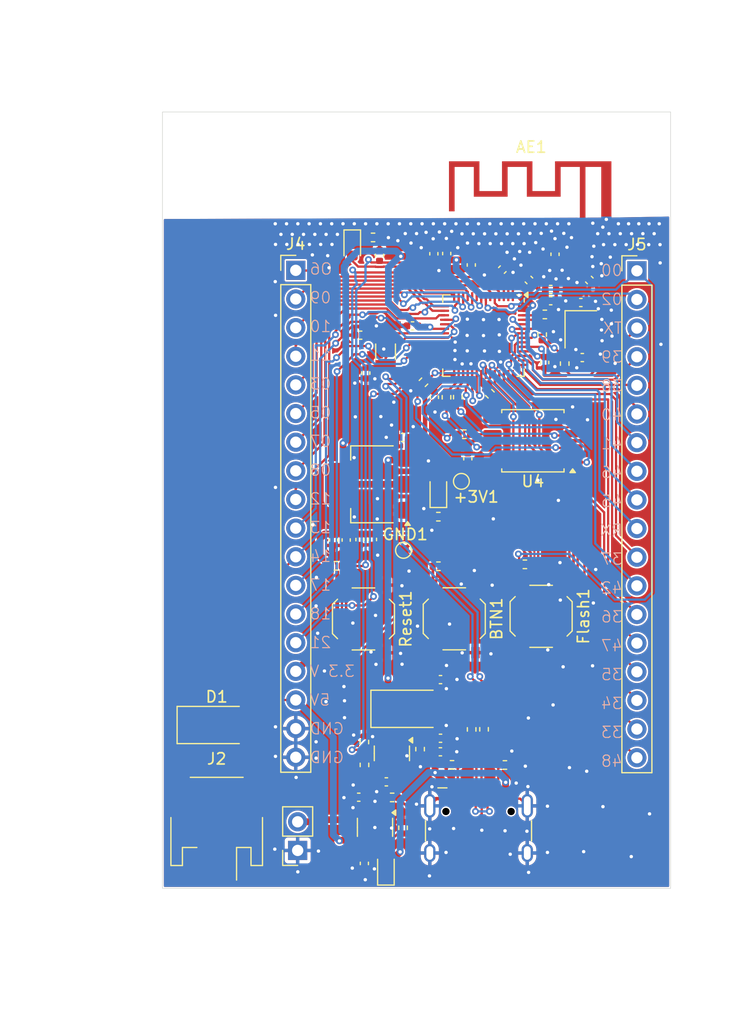
<source format=kicad_pcb>
(kicad_pcb (version 20241229) (generator "pcbnew") (generator_version "9.0")
  (layers (0 "F.Cu" signal) (2 "B.Cu" signal) (13 "F.Paste" user) (15 "B.Paste" user) (5 "F.SilkS" user "F.Silkscreen") (7 "B.SilkS" user "B.Silkscreen") (1 "F.Mask" user) (3 "B.Mask" user) (25 "Edge.Cuts" user))
  (net 0 "")
  (net 1 "GND")
  (net 2 "IO0")
  (net 3 "5V")
  (net 4 "EN")
  (net 5 "VDD_SPI")
  (net 6 "SPIQ")
  (net 7 "SPIWP")
  (net 8 "SPIHD")
  (net 9 "SPID")
  (net 10 "Net-(C8-Pad1)")
  (net 11 "IO14")
  (net 12 "Net-(D3-K)")
  (net 13 "VDD_CPU")
  (net 14 "Net-(J1-CC2)")
  (net 15 "Net-(J1-CC1)")
  (net 16 "Net-(U2-XTAL_N)")
  (net 17 "Net-(C22-Pad1)")
  (net 18 "XTAL32N")
  (net 19 "Net-(D1-A)")
  (net 20 "Net-(U3-PROG)")
  (net 21 "Net-(D4-K)")
  (net 22 "IO21")
  (net 23 "Net-(U3-STAT)")
  (net 24 "IO4{slash}BAT")
  (net 25 "IO17{slash}SCL")
  (net 26 "IO18{slash}SDA")
  (net 27 "Net-(U2-LNA_IN)")
  (net 28 "Net-(U2-XTAL_P)")
  (net 29 "TX")
  (net 30 "IO45")
  (net 31 "Net-(U2-SPIHD)")
  (net 32 "Net-(U2-SPIWP)")
  (net 33 "Net-(U2-SPICLK)")
  (net 34 "Net-(U2-SPIQ)")
  (net 35 "Net-(U2-SPID)")
  (net 36 "XTAL32P")
  (net 37 "VBAT")
  (net 38 "SPICS0")
  (net 39 "IO3")
  (net 40 "IO2")
  (net 41 "IO13")
  (net 42 "IO12")
  (net 43 "IO11")
  (net 44 "IO10")
  (net 45 "IO1")
  (net 46 "Net-(U2-U0TXD)")
  (net 47 "Net-(D2-K)")
  (net 49 "IO6")
  (net 50 "IO42")
  (net 51 "IO9")
  (net 52 "IO48")
  (net 53 "IO47")
  (net 54 "IO38")
  (net 55 "IO36")
  (net 56 "IO7")
  (net 57 "IO8")
  (net 58 "IO35")
  (net 59 "IO34")
  (net 60 "RX")
  (net 61 "IO40")
  (net 62 "IO41")
  (net 63 "IO37")
  (net 64 "IO39")
  (net 65 "IO46")
  (net 66 "IO5")
  (net 67 "IO33")
  (net 68 "SPISCK")
  (net 69 "Net-(AE1-FEED)")
  (net 70 "USB_D-")
  (net 71 "USB_D+")
  (footprint "Capacitor_SMD:C_0402_1005Metric" (layer "F.Cu") (at 165.11 55.875)
    (property "Reference" "C15" (hide yes))
    (property "Value" "1uF")
  )
  (footprint "Capacitor_SMD:C_0402_1005Metric" (layer "F.Cu") (at 167.78 57.035)
    (property "Reference" "C8" (hide yes))
    (property "Value" "12pF")
  )
  (footprint "Resistor_SMD:R_0402_1005Metric" (layer "F.Cu") (at 157.45 68.715)
    (property "Reference" "R11" (hide yes))
    (property "Value" "0R")
  )
  (footprint "Capacitor_SMD:C_0402_1005Metric" (layer "F.Cu") (at 155.89 52.69 90)
    (property "Reference" "C10" (hide yes))
    (property "Value" "1uF")
  )
  (footprint "Capacitor_SMD:C_0402_1005Metric" (layer "F.Cu") (at 152 69 180)
    (property "Reference" "C3" (hide yes))
    (property "Value" "10uF")
  )
  (footprint "Capacitor_SMD:C_0402_1005Metric" (layer "F.Cu") (at 154.8 65.435 -90)
    (property "Reference" "C24" (hide yes))
    (property "Value" "1uF")
  )
  (footprint "Resistor_SMD:R_0402_1005Metric" (layer "F.Cu") (at 162.82 80.2525 180)
    (property "Reference" "R18" (hide yes))
    (property "Value" "10K")
  )
  (footprint "Capacitor_SMD:C_0402_1005Metric" (layer "F.Cu") (at 164.58 62.355 -90)
    (property "Reference" "C19" (hide yes))
    (property "Value" "0.1uF")
  )
  (footprint "Resistor_SMD:R_0402_1005Metric" (layer "F.Cu") (at 159.2 94.88 90)
    (property "Reference" "R3" (hide yes))
    (property "Value" "33R")
  )
  (footprint "LED_SMD:LED_0603_1608Metric" (layer "F.Cu") (at 155.15 73.7275 90)
    (property "Reference" "D3" (hide yes))
    (property "Value" "LED")
  )
  (footprint "Resistor_SMD:R_0402_1005Metric" (layer "F.Cu") (at 153.53 96.64 90)
    (property "Reference" "R22" (hide yes))
    (property "Value" "100K")
  )
  (footprint "Resistor_SMD:R_0402_1005Metric" (layer "F.Cu") (at 152.02 103.615 -90)
    (property "Reference" "R16" (hide yes))
    (property "Value" "2K")
  )
  (footprint "Capacitor_SMD:C_0402_1005Metric" (layer "F.Cu") (at 167.91 61.915)
    (property "Reference" "C9" (hide yes))
    (property "Value" "12pF")
  )
  (footprint "Resistor_SMD:R_0402_1005Metric" (layer "F.Cu") (at 158.1 94.89 90)
    (property "Reference" "R4" (hide yes))
    (property "Value" "33R")
  )
  (footprint "Capacitor_SMD:C_0402_1005Metric" (layer "F.Cu") (at 148.72 63.29 -90)
    (property "Reference" "C27" (hide yes))
    (property "Value" "12pF")
  )
  (footprint "Capacitor_SMD:C_0402_1005Metric" (layer "F.Cu") (at 163.18 55.035 -45)
    (property "Reference" "DNP1" (hide yes))
    (property "Value" "15pF")
  )
  (footprint "Connector_USB:USB_C_Receptacle_HCTL_HC-TYPE-C-16P-01A" (layer "F.Cu") (at 158.71 104.775)
    (property "Reference" "J1" (hide yes))
    (property "Value" "USB_C_Receptacle_USB2.0_14P")
  )
  (footprint "Capacitor_SMD:C_0402_1005Metric" (layer "F.Cu") (at 150.54 99.54 180)
    (property "Reference" "C26" (hide yes))
    (property "Value" "10uF")
  )
  (footprint "Resistor_SMD:R_0402_1005Metric" (layer "F.Cu") (at 153.83 64.105 -135)
    (property "Reference" "R12" (hide yes))
    (property "Value" "0R")
  )
  (footprint "Resistor_SMD:R_0402_1005Metric" (layer "F.Cu") (at 164.59 58.09 180)
    (property "Reference" "R5" (hide yes))
    (property "Value" "0R")
  )
  (footprint "Resistor_SMD:R_0402_1005Metric" (layer "F.Cu") (at 166.35 62.45 -90)
    (property "Reference" "R14" (hide yes))
    (property "Value" "470R")
  )
  (footprint "Button_Switch_SMD:SW_Push_1P1T_XKB_TS-1187A" (layer "F.Cu") (at 156.56 85.0825 -90)
    (property "Reference" "BTN1")
    (property "Value" "BTN")
  )
  (footprint "Capacitor_SMD:C_0402_1005Metric" (layer "F.Cu") (at 146.98 78.095 -90)
    (property "Reference" "C4" (hide yes))
    (property "Value" "10uF")
  )
  (footprint "Diode_SMD:D_SMA" (layer "F.Cu") (at 152.68 93.065)
    (property "Reference" "D5" (hide yes))
    (property "Value" "SS14")
  )
  (footprint "Package_TO_SOT_SMD:SOT-23" (layer "F.Cu") (at 151.03 97.0125 -90)
    (property "Reference" "Q1" (hide yes))
    (property "Value" "AO3401A")
  )
  (footprint "Resistor_SMD:R_0402_1005Metric" (layer "F.Cu") (at 155.155 80.4225 180)
    (property "Reference" "R21" (hide yes))
    (property "Value" "10K")
  )
  (footprint "Connector_PinSocket_2.54mm:PinSocket_1x02_P2.54mm_Vertical" (layer "F.Cu") (at 142.6775 105.6225 180)
    (property "Reference" "J3" (hide yes))
    (property "Value" "Conn_01x02_Pin")
  )
  (footprint "Capacitor_SMD:C_0402_1005Metric" (layer "F.Cu") (at 148.0925 100.9025 180)
    (property "Reference" "C21" (hide yes))
    (property "Value" "10uF")
  )
  (footprint "Resistor_SMD:R_0402_1005Metric" (layer "F.Cu") (at 161.05 98.045 180)
    (property "Reference" "R1" (hide yes))
    (property "Value" "5.1K")
  )
  (footprint "LED_SMD:LED_0603_1608Metric" (layer "F.Cu") (at 147.5175 52.0825 -90)
    (property "Reference" "D4" (hide yes))
    (property "Value" "LED")
  )
  (footprint "Connector_PinHeader_2.54mm:PinHeader_1x18_P2.54mm_Vertical" (layer "F.Cu") (at 142.51 54.18)
    (property "Reference" "J4")
    (property "Value" "Conn_01x18_Pin")
  )
  (footprint "Resistor_SMD:R_0402_1005Metric" (layer "F.Cu") (at 148.59 96.01 90)
    (property "Reference" "R20" (hide yes))
    (property "Value" "200K")
  )
  (footprint "TestPoint:TestPoint_Pad_D1.0mm" (layer "F.Cu") (at 152.06 79.0125)
    (property "Reference" "GND1")
    (property "Value" "GND")
  )
  (footprint "RF_Antenna:Texas_SWRA117D_2.4GHz_Left" (layer "F.Cu") (at 167.94 49.66)
    (property "Reference" "AE1")
    (property "Value" "Antenna")
  )
  (footprint "Capacitor_SMD:C_0402_1005Metric" (layer "F.Cu") (at 148.59 106.775 -90)
    (property "Reference" "C12" (hide yes))
    (property "Value" "10uF")
  )
  (footprint "Diode_SMD:D_SMA" (layer "F.Cu") (at 135.5 94.5)
    (property "Reference" "D1")
    (property "Value" "D_SCHOTTKY")
  )
  (footprint "Resistor_SMD:R_0402_1005Metric" (layer "F.Cu") (at 164.35 59.875 -90)
    (property "Reference" "R6" (hide yes))
    (property "Value" "DNP")
  )
  (footprint "Capacitor_SMD:C_0402_1005Metric" (layer "F.Cu") (at 149.935 52.8575 90)
    (property "Reference" "C25" (hide yes))
    (property "Value" "0.1uF")
  )
  (footprint "Capacitor_SMD:C_0402_1005Metric" (layer "F.Cu") (at 165.11 56.875)
    (property "Reference" "C17" (hide yes))
    (property "Value" "10nF")
  )
  (footprint "Capacitor_SMD:C_0402_1005Metric" (layer "F.Cu") (at 155.33 96.875)
    (property "Reference" "C6" (hide yes))
    (property "Value" "10uF")
  )
  (footprint "Capacitor_SMD:C_0402_1005Metric" (layer "F.Cu") (at 160.82 54.115 45)
    (property "Reference" "C14" (hide yes))
    (property "Value" "0.1uF")
  )
  (footprint "Capacitor_SMD:C_0402_1005Metric" (layer "F.Cu") (at 152.86 59.105 180)
    (property "Reference" "C16" (hide yes))
    (property "Value" "0.1uF")
  )
  (footprint "Resistor_SMD:R_0402_1005Metric" (layer "F.Cu") (at 159.72 65.125 -45)
    (property "Reference" "R13" (hide yes))
    (property "Value" "0R")
  )
  (footprint "Inductor_SMD:L_0402_1005Metric" (layer "F.Cu") (at 163.89 53.655 45)
    (property "Reference" "L2" (hide yes))
    (property "Value" "4.7nH")
  )
  (footprint "Crystal:Crystal_SMD_2520-4Pin_2.5x2.0mm" (layer "F.Cu") (at 167.78 59.41 -90)
    (property "Reference" "Y1" (hide yes))
    (property "Value" "40MHz(10ppm)")
  )
  (footprint "Resistor_SMD:R_0402_1005Metric" (layer "F.Cu") (at 156.875 65.425 -90)
    (property "Reference" "R10" (hide yes))
    (property "Value" "0R")
  )
  (footprint "Package_TO_SOT_SMD:SOT-223-3_TabPin2" (layer "F.Cu") (at 149.29 73.155 180)
    (property "Reference" "U1" (hide yes))
    (property "Value" "AMS1117-3.3")
  )
  (footprint "Capacitor_SMD:C_0402_1005Metric" (layer "F.Cu") (at 157.76 70.885 90)
    (property "Reference" "C23" (hide yes))
    (property "Value" "0.1uF")
  )
  (footprint "LED_SMD:LED_0603_1608Metric" (layer "F.Cu") (at 150.5 107.2075 90)
    (property "Reference" "D2" (hide yes))
    (property "Value" "LED")
  )
  (footprint "Resistor_SMD:R_0402_1005Metric" (layer "F.Cu") (at 148.6 98.04 90)
    (property "Reference" "R19" (hide yes))
    (property "Value" "200K")
  )
  (footprint "Capacitor_SMD:C_0402_1005Metric" (layer "F.Cu") (at 168.53442 55.035 -45)
    (property "Reference" "C22" (hide yes))
    (property "Value" "DNP")
  )
  (footprint "Inductor_SMD:L_0402_1005Metric" (layer "F.Cu") (at 167.091473 53.592053 135)
    (property "Reference" "L3" (hide yes))
    (property "Value" "DNP")
  )
  (footprint "Capacitor_SMD:C_0402_1005Metric" (layer "F.Cu") (at 145.87 78.095 -90)
    (property "Reference" "C18" (hide yes))
    (property "Value" "10uF")
  )
  (footprint "Connector_JST:JST_PH_S2B-PH-SM4-TB_1x02-1MP_P2.00mm_Horizontal" (layer "F.Cu") (at 135.5 103.65 180)
    (property "Reference" "J2")
    (property "Value" "SOLAR_IN")
  )
  (footprint "Package_DFN_QFN:QFN-56-1EP_7x7mm_P0.4mm_EP4x4mm" (layer "F.Cu") (at 159.15 59.965 -90)
    (property "Reference" "U2" (hide yes))
    (property "Value" "ESP32-S3")
  )
  (footprint "Capacitor_SMD:C_0402_1005Metric" (layer "F.Cu") (at 148.2 78.055 -90)
    (property "Reference" "C5" (hide yes))
    (property "Value" "0.1uF")
  )
  (footprint "Package_TO_SOT_SMD:SOT-23-5" (layer "F.Cu") (at 149.5325 103.575 -90)
    (property "Reference" "U3" (hide yes))
    (property "Value" "MCP73831-2-OT")
  )
  (footprint "Capacitor_SMD:C_0402_1005Metric" (layer "F.Cu") (at 155.34 95.675)
    (property "Reference" "C1" (hide yes))
    (property "Value" "10uF")
  )
  (footprint "Resistor_SMD:R_0402_1005Metric" (layer "F.Cu") (at 155.15 76.025 180)
    (property "Reference" "R8" (hide yes))
    (property "Value" "470R")
  )
  (footprint "Capacitor_SMD:C_0402_1005Metric" (layer "F.Cu") (at 154.75 52.71 90)
    (property "Reference" "C7" (hide yes))
    (property "Value" "10uF")
  )
  (footprint "Capacitor_SMD:C_0402_1005Metric" (layer "F.Cu") (at 148.26 59.93 180)
    (property "Reference" "C28" (hide yes))
    (property "Value" "12pF")
  )
  (footprint "Resistor_SMD:R_0402_1005Metric" (layer "F.Cu") (at 151.0525 100.9225)
    (property "Reference" "R7" (hide yes))
    (property "Value" "1K")
  )
  (footprint "Resistor_SMD:R_0402_1005Metric" (layer "F.Cu") (at 146.07 80.3825 180)
    (property "Reference" "R17" (hide yes))
    (property "Value" "10K")
  )
  (footprint "Button_Switch_SMD:SW_Push_1P1T_XKB_TS-1187A" (layer "F.Cu") (at 164.26 84.8625 -90)
    (property "Reference" "Flash1")
    (property "Value" "Flash")
  )
  (footprint "Capacitor_SMD:C_0402_1005Metric" (layer "F.Cu") (at 165.491473 52.755 90)
    (property "Reference" "C20" (hide yes))
    (property "Value" "15pF")
  )
  (footprint "Resistor_SMD:R_0402_1005Metric" (layer "F.Cu") (at 156.36 98.035)
    (property "Reference" "R2" (hide yes))
    (property "Value" "5.1K")
  )
  (footprint "Resistor_SMD:R_0402_1005Metric" (layer "F.Cu") (at 149.36 51.26)
    (property "Reference" "R15" (hide yes))
    (property "Value" "470R")
  )
  (footprint "Inductor_SMD:L_0402_1005Metric" (layer "F.Cu") (at 159.57 53.265)
    (property "Reference" "L1" (hide yes))
    (property "Value" "2nH")
  )
  (footprint "Connector_PinHeader_2.54mm:PinHeader_1x18_P2.54mm_Vertical" (layer "F.Cu") (at 172.75 54.22)
    (property "Reference" "J5")
    (property "Value" "Conn_01x18_Pin")
  )
  (footprint "Resistor_SMD:R_0402_1005Metric" (layer "F.Cu") (at 155.87 65.435 -90)
    (property "Reference" "R9" (hide yes))
    (property "Value" "0R")
  )
  (footprint "Capacitor_SMD:C_0402_1005Metric" (layer "F.Cu") (at 158.07 53.705 -90)
    (property "Reference" "C11" (hide yes))
    (property "Value" "0.1uF")
  )
  (footprint "Capacitor_SMD:C_0402_1005Metric" (layer "F.Cu") (at 155.34 90.475)
    (property "Reference" "C2" (hide yes))
    (property "Value" "0.1uF")
  )
  (footprint "Button_Switch_SMD:SW_Push_1P1T_XKB_TS-1187A" (layer "F.Cu") (at 148.51 85.095 -90)
    (property "Reference" "Reset1")
    (property "Value" "Reset")
  )
  (footprint "Package_SO:SOIC-8_5.3x5.3mm_P1.27mm" (layer "F.Cu") (at 163.53 69.295 180)
    (property "Reference" "U4")
    (property "Value" "W25Q128JVS")
  )
  (footprint "Capacitor_SMD:C_0402_1005Metric" (layer "F.Cu") (at 149.31 78.045 -90)
    (property "Reference" "C13" (hide yes))
    (property "Value" "10uF")
  )
  (footprint "TestPoint:TestPoint_Pad_D1.0mm" (layer "F.Cu") (at 157.19 72.8925)
    (property "Reference" "+3V1")
    (property "Value" "+3V3")
  )
  (footprint "Crystal:Crystal_SMD_3215-2Pin_3.2x1.5mm" (layer "F.Cu") (at 150.47 61.39 -90)
    (property "Reference" "Y2" (hide yes))
    (property "Value" "32.768 kHz")
  )
  (gr_arc (start 167.943221 51.635) (mid 167.638927 52.608324) (end 166.83442 53.235) (stroke (width 0.6)) (layer "F.Cu") (net 69))
  (gr_line (start 160.57 66.96) (end 160.57 67.25) (stroke (width 0.2)) (layer "F.Cu") (net 9))
  (gr_arc (start 160.405013 54.330368) (mid 160.160001 53.995001) (end 160.076678 53.588112) (stroke (width 0.6)) (layer "F.Cu") (net 5))
  (gr_rect (start 130.69 40.135) (end 175.74 108.985) (stroke (width 0.05)) (fill no) (layer "Edge.Cuts"))
  (gr_text "03" (at 145.714762 64.832941 0) (layer "B.SilkS") (effects (font (size 1 1) (thickness 0.1)) (justify left bottom mirror)))
  (gr_text "O6" (at 145.81 54.64 0) (layer "B.SilkS") (effects (font (size 1 1) (thickness 0.1)) (justify left bottom mirror)))
  (gr_text "3.3 V" (at 147.81 90.315294 0) (layer "B.SilkS") (effects (font (size 1 1) (thickness 0.1)) (justify left bottom mirror)))
  (gr_text "46" (at 171.54 72.69 0) (layer "B.SilkS") (effects (font (size 1 1) (thickness 0.1)) (justify left bottom mirror)))
  (gr_text "17" (at 145.714762 82.670588 0) (layer "B.SilkS") (effects (font (size 1 1) (thickness 0.1)) (justify left bottom mirror)))
  (gr_text "38" (at 171.54 65.01 0) (layer "B.SilkS") (effects (font (size 1 1) (thickness 0.1)) (justify left bottom mirror)))
  (gr_text "10" (at 145.714762 59.736471 0) (layer "B.SilkS") (effects (font (size 1 1) (thickness 0.1)) (justify left bottom mirror)))
  (gr_text "5V" (at 145.619524 92.863529 0) (layer "B.SilkS") (effects (font (size 1 1) (thickness 0.1)) (justify left bottom mirror)))
  (gr_text "36" (at 171.54 85.49 0) (layer "B.SilkS") (effects (font (size 1 1) (thickness 0.1)) (justify left bottom mirror)))
  (gr_text "13" (at 145.714762 77.574118 0) (layer "B.SilkS") (effects (font (size 1 1) (thickness 0.1)) (justify left bottom mirror)))
  (gr_text "48" (at 171.54 98.29 0) (layer "B.SilkS") (effects (font (size 1 1) (thickness 0.1)) (justify left bottom mirror)))
  (gr_text "45" (at 171.54 75.25 0) (layer "B.SilkS") (effects (font (size 1 1) (thickness 0.1)) (justify left bottom mirror)))
  (gr_text "RX" (at 171.54 77.81 0) (layer "B.SilkS") (effects (font (size 1 1) (thickness 0.1)) (justify left bottom mirror)))
  (gr_text "34" (at 171.54 93.17 0) (layer "B.SilkS") (effects (font (size 1 1) (thickness 0.1)) (justify left bottom mirror)))
  (gr_text "00" (at 171.54 54.77 0) (layer "B.SilkS") (effects (font (size 1 1) (thickness 0.1)) (justify left bottom mirror)))
  (gr_text "12" (at 145.714762 75.025882 0) (layer "B.SilkS") (effects (font (size 1 1) (thickness 0.1)) (justify left bottom mirror)))
  (gr_text "42" (at 171.54 82.93 0) (layer "B.SilkS") (effects (font (size 1 1) (thickness 0.1)) (justify left bottom mirror)))
  (gr_text "08\n" (at 145.714762 72.477647 0) (layer "B.SilkS") (effects (font (size 1 1) (thickness 0.1)) (justify left bottom mirror)))
  (gr_text "35" (at 171.54 90.61 0) (layer "B.SilkS") (effects (font (size 1 1) (thickness 0.1)) (justify left bottom mirror)))
  (gr_text "18" (at 145.714762 85.218824 0) (layer "B.SilkS") (effects (font (size 1 1) (thickness 0.1)) (justify left bottom mirror)))
  (gr_text "33" (at 171.54 95.73 0) (layer "B.SilkS") (effects (font (size 1 1) (thickness 0.1)) (justify left bottom mirror)))
  (gr_text "07" (at 145.714762 69.929412 0) (layer "B.SilkS") (effects (font (size 1 1) (thickness 0.1)) (justify left bottom mirror)))
  (gr_text "05" (at 145.714762 67.381176 0) (layer "B.SilkS") (effects (font (size 1 1) (thickness 0.1)) (justify left bottom mirror)))
  (gr_text "47" (at 171.54 88.05 0) (layer "B.SilkS") (effects (font (size 1 1) (thickness 0.1)) (justify left bottom mirror)))
  (gr_text "11" (at 145.714762 62.284706 0) (layer "B.SilkS") (effects (font (size 1 1) (thickness 0.1)) (justify left bottom mirror)))
  (gr_text "21" (at 145.714762 87.767059 0) (layer "B.SilkS") (effects (font (size 1 1) (thickness 0.1)) (justify left bottom mirror)))
  (gr_text "39" (at 171.54 62.45 0) (layer "B.SilkS") (effects (font (size 1 1) (thickness 0.1)) (justify left bottom mirror)))
  (gr_text "14" (at 145.714762 80.122353 0) (layer "B.SilkS") (effects (font (size 1 1) (thickness 0.1)) (justify left bottom mirror)))
  (gr_text "37" (at 171.54 80.37 0) (layer "B.SilkS") (effects (font (size 1 1) (thickness 0.1)) (justify left bottom mirror)))
  (gr_text "41" (at 171.54 70.13 0) (layer "B.SilkS") (effects (font (size 1 1) (thickness 0.1)) (justify left bottom mirror)))
  (gr_text "GND" (at 146.857619 95.411765 0) (layer "B.SilkS") (effects (font (size 1 1) (thickness 0.1)) (justify left bottom mirror)))
  (gr_text "09" (at 145.714762 57.188235 0) (layer "B.SilkS") (effects (font (size 1 1) (thickness 0.1)) (justify left bottom mirror)))
  (gr_text "GND" (at 146.857619 97.96 0) (layer "B.SilkS") (effects (font (size 1 1) (thickness 0.1)) (justify left bottom mirror)))
  (gr_text "TX" (at 171.54 59.89 0) (layer "B.SilkS") (effects (font (size 1 1) (thickness 0.1)) (justify left bottom mirror)))
  (gr_text "40" (at 171.54 67.57 0) (layer "B.SilkS") (effects (font (size 1 1) (thickness 0.1)) (justify left bottom mirror)))
  (gr_text "02" (at 171.54 57.33 0) (layer "B.SilkS") (effects (font (size 1 1) (thickness 0.1)) (justify left bottom mirror)))
  (segment (start 154.8 66.695) (end 154.85 66.745) (width 0.2) (layer "F.Cu") (net 1))
  (segment (start 161.91 101.03) (end 162.39 101.03) (width 0.2) (layer "F.Cu") (net 1))
  (segment (start 154.64 76.025) (end 153.01 76.025) (width 0.6) (layer "F.Cu") (net 1))
  (segment (start 153.01 76.025) (end 152.44 75.455) (width 0.6) (layer "F.Cu") (net 1))
  (segment (start 154.58 99.98) (end 154.58 100.1) (width 0.2) (layer "F.Cu") (net 1))
  (segment (start 162.39 101.03) (end 163.03 101.67) (width 0.2) (layer "F.Cu") (net 1))
  (segment (start 167.34 61.205) (end 167.34 60.545) (width 0.2) (layer "F.Cu") (net 1))
  (segment (start 164.21 54.745) (end 163.580589 55.374411) (width 0.2) (layer "F.Cu") (net 1))
  (segment (start 152.38 59.105) (end 149.655 59.105) (width 0.4) (layer "F.Cu") (net 1))
  (segment (start 155.33 100.19) (end 155.5 100.36) (width 0.2) (layer "F.Cu") (net 1))
  (segment (start 154.58 100.1) (end 154.67 100.19) (width 0.2) (layer "F.Cu") (net 1))
  (segment (start 141.7066 108.5034) (end 142.69 107.52) (width 0.2) (layer "F.Cu") (net 1))
  (segment (start 155.51 101.03) (end 155.03 101.03) (width 0.2) (layer "F.Cu") (net 1))
  (segment (start 134.5 108.5) (end 134.5034 108.5034) (width 0.2) (layer "F.Cu") (net 1))
  (segment (start 154.67 100.19) (end 155.33 100.19) (width 0.2) (layer "F.Cu") (net 1))
  (segment (start 161.91 99.79) (end 162.05 99.65) (width 0.2) (layer "F.Cu") (net 1))
  (segment (start 164.49 54.745) (end 164.21 54.745) (width 0.2) (layer "F.Cu") (net 1))
  (segment (start 134.5034 108.5034) (end 141.7066 108.5034) (width 0.2) (layer "F.Cu") (net 1))
  (segment (start 154.8 65.915) (end 154.8 66.695) (width 0.2) (layer "F.Cu") (net 1))
  (segment (start 155.03 101.03) (end 154.39 101.67) (width 0.2) (layer "F.Cu") (net 1))
  (segment (start 155.5 100.36) (end 155.5 101.02) (width 0.2) (layer "F.Cu") (net 1))
  (segment (start 134.5 106.5) (end 134.5 108.5) (width 0.2) (layer "F.Cu") (net 1))
  (segment (start 161.91 101.03) (end 161.91 99.79) (width 0.2) (layer "F.Cu") (net 1))
  (via (at 165.8 57.66) (size 0.6) (drill 0.3) (layers "F.Cu" "B.Cu") (net 1))
  (via (at 166.27 50.9) (size 0.6) (drill 0.3) (layers "F.Cu" "B.Cu") (net 1))
  (via (at 165.79 74.58) (size 0.6) (drill 0.3) (layers "F.Cu" "B.Cu") (net 1))
  (via (at 171.11 50.05) (size 0.6) (drill 0.3) (layers "F.Cu" "B.Cu") (net 1))
  (via (at 161.77 54.36) (size 0.6) (drill 0.3) (layers "F.Cu" "B.Cu") (net 1))
  (via (at 149.62 89.12) (size 0.6) (drill 0.3) (layers "F.Cu" "B.Cu") (net 1))
  (via (at 160.02 76.22) (size 0.6) (drill 0.3) (layers "F.Cu" "B.Cu") (net 1))
  (via (at 173.278846 50.93) (size 0.6) (drill 0.3) (layers "F.Cu" "B.Cu") (net 1))
  (via (at 169.794231 51.9) (size 0.6) (drill 0.3) (layers "F.Cu" "B.Cu") (net 1))
  (via (at 143.693462 50.05) (size 0.6) (drill 0.3) (layers "F.Cu" "B.Cu") (net 1))
  (via (at 157.26 88.1) (size 0.6) (drill 0.3) (layers "F.Cu" "B.Cu") (net 1))
  (via (at 162.36 52.51) (size 0.6) (drill 0.3) (layers "F.Cu" "B.Cu") (net 1))
  (via (at 156.81 95.72) (size 0.6) (drill 0.3) (layers "F.Cu" "B.Cu") (net 1))
  (via (at 170.82 62.43) (size 0.6) (drill 0.3) (layers "F.Cu" "B.Cu") (net 1))
  (via (at 169.73 50.35) (size 0.6) (drill 0.3) (layers "F.Cu" "B.Cu") (net 1))
  (via (at 161.06 103.88) (size 0.6) (drill 0.3) (layers "F.Cu" "B.Cu") (net 1))
  (via (at 151.56 51.55) (size 0.6) (drill 0.3) (layers "F.Cu" "B.Cu") (net 1))
  (via (at 156.708462 50.05) (size 0.6) (drill 0.3) (layers "F.Cu" "B.Cu") (net 1))
  (via (at 168.89 83.68) (size 0.6) (drill 0.3) (layers "F.Cu" "B.Cu") (net 1))
  (via (at 155.83 105.8) (size 0.6) (drill 0.3) (layers "F.Cu" "B.Cu") (net 1))
  (via (at 165.32 92.72) (size 0.6) (drill 0.3) (layers "F.Cu" "B.Cu") (net 1))
  (via (at 169.64 54.66) (size 0.6) (drill 0.3) (layers "F.Cu" "B.Cu") (net 1))
  (via (at 166.68 54.91) (size 0.6) (drill 0.3) (layers "F.Cu" "B.Cu") (net 1))
  (via (at 169.61 59.47) (size 0.6) (drill 0.3) (layers "F.Cu" "B.Cu") (net 1))
  (via (at 147.68 70.79) (size 0.6) (drill 0.3) (layers "F.Cu" "B.Cu") (net 1))
  (via (at 144.01 76.74) (size 0.6) (drill 0.3) (layers "F.Cu" "B.Cu") (net 1))
  (via (at 154.06 50.81) (size 0.6) (drill 0.3) (layers "F.Cu" "B.Cu") (net 1))
  (via (at 157.18 82) (size 0.6) (drill 0.3) (layers "F.Cu" "B.Cu") (net 1))
  (via (at 141.715385 51.88) (size 0.6) (drill 0.3) (layers "F.Cu" "B.Cu") (net 1))
  (via (at 145.46 53.95) (size 0.6) (drill 0.3) (layers "F.Cu" "B.Cu") (net 1))
  (via (at 147.7 76.05) (size 0.6) (drill 0.3) (layers "F.Cu" "B.Cu") (net 1))
  (via (at 165.49 51.37) (size 0.6) (drill 0.3) (layers "F.Cu" "B.Cu") (net 1))
  (via (at 147.74 64.18) (size 0.6) (drill 0.3) (layers "F.Cu" "B.Cu") (net 1))
  (via (at 161.52 105.96) (size 0.6) (drill 0.3) (layers "F.Cu" "B.Cu") (net 1))
  (via (at 154.27 71.08) (size 0.6) (drill 0.3) (layers "F.Cu" "B.Cu") (net 1))
  (via (at 164.267693 50.9) (size 0.6) (drill 0.3) (layers "F.Cu" "B.Cu") (net 1))
  (via (at 169.51 61.61) (size 0.6) (drill 0.3) (layers "F.Cu" "B.Cu") (net 1))
  (via (at 162.86 98.15) (size 0.6) (drill 0.3) (layers "F.Cu" "B.Cu") (net 1))
  (via (at 151.702692 50.05) (size 0.6) (drill 0.3) (layers "F.Cu" "B.Cu") (net 1))
  (via (at 159.15 58.55) (size 0.6) (drill 0.3) (layers "F.Cu" "B.Cu") (net 1))
  (via (at 149.48 107.26) (size 0.6) (drill 0.3) (layers "F.Cu" "B.Cu") (net 1))
  (via (at 144.718846 51.88) (size 0.6) (drill 0.3) (layers "F.Cu" "B.Cu") (net 1))
  (via (at 144.31 97.44) (size 0.6) (drill 0.3) (layers "F.Cu" "B.Cu") (net 1))
  (via (at 151.92 82.15) (size 0.6) (drill 0.3) (layers "F.Cu" "B.Cu") (net 1))
  (via (at 149.32 95.53) (size 0.6) (drill 0.3) (layers "F.Cu" "B.Cu") (net 1))
  (via (at 174.88 60.74) (size 0.6) (drill 0.3) (layers "F.Cu" "B.Cu") (net 1))
  (via (at 140.72 58.17) (size 0.6) (drill 0.3) (layers "F.Cu" "B.Cu") (net 1))
  (via (at 163.242307 52.58) (size 0.6) (drill 0.3) (layers "F.Cu" "B.Cu") (net 1))
  (via (at 165.58 54.94) (size 0.6) (drill 0.3) (layers "F.Cu" "B.Cu") (net 1))
  (via (at 159 103.83) (size 0.6) (drill 0.3) (layers "F.Cu" "B.Cu") (net 1))
  (via (at 146.83 92.35) (size 0.6) (drill 0.3) (layers "F.Cu" "B.Cu") (net 1))
  (via (at 174.28 50.93) (size 0.6) (drill 0.3) (layers "F.Cu" "B.Cu") (net 1))
  (via (at 161.248846 50.94) (size 0.6) (drill 0.3) (layers "F.Cu" "B.Cu") (net 1))
  (via (at 147.6 99.82) (size 0.6) (drill 0.3) (layers "F.Cu" "B.Cu") (net 1))
  (via (at 147.698077 50.05) (size 0.6) (drill 0.3) (layers "F.Cu" "B.Cu") (net 1))
  (via (at 159.246539 50.94) (size 0.6) (drill 0.3) (layers "F.Cu" "B.Cu") (net 1))
  (via (at 145.72 51.88) (size 0.6) (drill 0.3) (layers "F.Cu" "B.Cu") (net 1))
  (via (at 150.31 61.16) (size 0.6) (drill 0.3) (layers "F.Cu" "B.Cu") (net 1))
  (via (at 140.71 94.66) (size 0.6) (drill 0.3) (layers "F.Cu" "B.Cu") (net 1))
  (via (at 174.8 51.9) (size 0.6) (drill 0.3) (layers "F.Cu" "B.Cu") (net 1))
  (via (at 154.69 51.38) (size 0.6) (drill 0.3) (layers "F.Cu" "B.Cu") (net 1))
  (via (at 164.93 82.05) (size 0.6) (drill 0.3) (layers "F.Cu" "B.Cu") (net 1))
  (via (at 154.706154 50.05) (size 0.6) (drill 0.3) (layers "F.Cu" "B.Cu") (net 1))
  (via (at 157.709615 50.05) (size 0.6) (drill 0.3) (layers "F.Cu" "B.Cu") (net 1))
  (via (at 142.69 107.52) (size 0.6) (drill 0.3) (layers "F.Cu" "B.Cu") (net 1))
  (via (at 153.86 75.31) (size 0.6) (drill 0.3) (layers "F.Cu" "B.Cu") (net 1))
  (via (at 153.216539 50.92) (size 0.6) (drill 0.3) (layers "F.Cu" "B.Cu") (net 1))
  (via (at 149.73 76.23) (size 0.6) (drill 0.3) (layers "F.Cu" "B.Cu") (net 1))
  (via (at 172.25 106.17) (size 0.6) (drill 0.3) (layers "F.Cu" "B.Cu") (net 1))
  (via (at 141.691154 50.05) (size 0.6) (drill 0.3) (layers "F.Cu" "B.Cu") (net 1))
  (via (at 161.714231 50.05) (size 0.6) (drill 0.3) (layers "F.Cu" "B.Cu") (net 1))
  (via (at 146.696923 50.05) (size 0.6) (drill 0.3) (layers "F.Cu" "B.Cu") (net 1))
  (via (at 159.92 82.1) (size 0.6) (drill 0.3) (layers "F.Cu" "B.Cu") (net 1))
  (via (at 152.215385 50.92) (size 0.6) (drill 0.3) (layers "F.Cu" "B.Cu") (net 1))
  (via (at 149.53 101.27) (size 0.6) (drill 0.3) (layers "F.Cu" "B.Cu") (net 1))
  (via (at 156.62 61.29) (size 0.6) (drill 0.3) (layers "F.Cu" "B.Cu") (net 1))
  (via (at 147.57 85.46) (size 0.6) (drill 0.3) (layers "F.Cu" "B.Cu") (net 1))
  (via (at 158.34 80.8) (size 0.6) (drill 0.3) (layers "F.Cu" "B.Cu") (net 1))
  (via (at 165.99 60.34) (size 0.6) (drill 0.3) (layers "F.Cu" "B.Cu") (net 1))
  (via (at 168.3 98.6) (size 0.6) (drill 0.3) (layers "F.Cu" "B.Cu") (net 1))
  (via (at 155.85 94.54) (size 0.6) (drill 0.3) (layers "F.Cu" "B.Cu") (net 1))
  (via (at 157.73 51.76) (size 0.6) (drill 0.3) (layers "F.Cu" "B.Cu") (net 1))
  (via (at 149.68 100.41) (size 0.6) (drill 0.3) (layers "F.Cu" "B.Cu") (net 1))
  (via (at 146.78 100.94) (size 0.6) (drill 0.3) (layers "F.Cu" "B.Cu") (net 1))
  (via (at 164.717692 50.05) (size 0.6) (drill 0.3) (layers "F.Cu" "B.Cu") (net 1))
  (via (at 169.74 101.74) (size 0.6) (drill 0.3) (layers "F.Cu" "B.Cu") (net 1))
  (via (at 172.92 50.05) (size 0.6) (drill 0.3) (layers "F.Cu" "B.Cu") (net 1))
  (via (at 169.64 58.53) (size 0.6) (drill 0.3) (layers "F.Cu" "B.Cu") (net 1))
  (via (at 154.58 99.98) (size 0.6) (drill 0.3) (layers "F.Cu" "B.Cu") (net 1))
  (via (at 152.92 68.04) (size 0.6) (drill 0.3) (layers "F.Cu" "B.Cu") (net 1))
  (via (at 153.56 98.2) (size 0.6) (drill 0.3) (layers "F.Cu" "B.Cu") (net 1))
  (via (at 154.38 103.71) (size 0.6) (drill 0.3) (layers "F.Cu" "B.Cu") (net 1))
  (via (at 162.25 50.94) (size 0.6) (drill 0.3) (layers "F.Cu" "B.Cu") (net 1))
  (via (at 156.33 50.72) (size 0.6) (drill 0.3) (layers "F.Cu" "B.Cu") (net 1))
  (via (at 157.26 62.48) (size 0.6) (drill 0.3) (layers "F.Cu" "B.Cu") (net 1))
  (via (at 165.02 54.19) (size 0.6) (drill 0.3) (layers "F.Cu" "B.Cu") (net 1))
  (via (at 163.98 72.8) (size 0.6) (drill 0.3) (layers "F.Cu" "B.Cu") (net 1))
  (via (at 155.86 51.35) (size 0.6) (drill 0.3) (layers "F.Cu" "B.Cu") (net 1))
  (via (at 165.48 62.72) (size 0.6) (drill 0.3) (layers "F.Cu" "B.Cu") (net 1))
  (via (at 163.13 93.88) (size 0.6) (drill 0.3) (layers "F.Cu" "B.Cu") (net 1))
  (via (at 142.716539 51.88) (size 0.6) (drill 0.3) (layers "F.Cu" "B.Cu") (net 1))
  (via (at 146.83 93.85) (size 0.6) (drill 0.3) (layers "F.Cu" "B.Cu") (net 1))
  (via (at 171.276539 50.93) (size 0.6) (drill 0.3) (layers "F.Cu" "B.Cu") (net 1))
  (via (at 153.3 85.73) (size 0.6) (drill 0.3) (layers "F.Cu" "B.Cu") (net 1))
  (via (at 151.93 89.11) (size 0.6) (drill 0.3) (layers "F.Cu" "B.Cu") (net 1))
  (via (at 142.54 99.15) (size 0.6) (drill 0.3) (layers "F.Cu" "B.Cu") (net 1))
  (via (at 173.798846 51.9) (size 0.6) (drill 0.3) (layers "F.Cu" "B.Cu") (net 1))
  (via (at 145.198846 50.99) (size 0.6) (drill 0.3) (layers "F.Cu" "B.Cu") (net 1))
  (via (at 144.31 95.99) (size 0.6) (drill 0.3) (layers "F.Cu" "B.Cu") (net 1))
  (via (at 167.34 61.205) (size 0.6) (drill 0.3) (layers "F.Cu" "B.Cu") (net 1))
  (via (at 156.14 85.55) (size 0.6) (drill 0.3) (layers "F.Cu" "B.Cu") (net 1))
  (via (at 159.23 54.59) (size 0.6) (drill 0.3) (layers "F.Cu" "B.Cu") (net 1))
  (via (at 159.15 59.965) (size 0.6) (drill 0.3) (layers "F.Cu" "B.Cu") (net 1))
  (via (at 150.72 51.28) (size 0.6) (drill 0.3) (layers "F.Cu" "B.Cu") (net 1))
  (via (at 156.8 90.46) (size 0.6) (drill 0.3) (layers "F.Cu" "B.Cu") (net 1))
  (via (at 152.55 80.85) (size 0.6) (drill 0.3) (layers "F.Cu" "B.Cu") (net 1))
  (via (at 165.93 80.1) (size 0.6) (drill 0.3) (layers "F.Cu" "B.Cu") (net 1))
  (via (at 162.748846 51.81) (size 0.6) (drill 0.3) (layers "F.Cu" "B.Cu") (net 1))
  (via (at 166.72 50.05) (size 0.6) (drill 0.3) (layers "F.Cu" "B.Cu") (net 1))
  (via (at 168.84 50) (size 0.6) (drill 0.3) (layers "F.Cu" "B.Cu") (net 1))
  (via (at 140.71 97.28) (size 0.6) (drill 0.3) (layers "F.Cu" "B.Cu") (net 1))
  (via (at 147.79 67.17) (size 0.6) (drill 0.3) (layers "F.Cu" "B.Cu") (net 1))
  (via (at 167.05 66.29) (size 0.6) (drill 0.3) (layers "F.Cu" "B.Cu") (net 1))
  (via (at 153.63 52.17) (size 0.6) (drill 0.3) (layers "F.Cu" "B.Cu") (net 1))
  (via (at 140.69 55.18) (size 0.6) (drill 0.3) (layers "F.Cu" "B.Cu") (net 1))
  (via (at 142.692308 50.05) (size 0.6) (drill 0.3) (layers "F.Cu" "B.Cu") (net 1))
  (via (at 147.64 95.39) (size 0.6) (drill 0.3) (layers "F.Cu" "B.Cu") (net 1))
  (via (at 163.266539 50.9) (size 0.6) (drill 0.3) (layers "F.Cu" "B.Cu") (net 1))
  (via (at 148.67 108.22) (size 0.6) (drill 0.3) (layers "F.Cu" "B.Cu") (net 1))
  (via (at 168.82 89.25) (size 0.6) (drill 0.3) (layers "F.Cu" "B.Cu") (net 1))
  (via (at 156.5 103.68) (size 0.6) (drill 0.3) (layers "F.Cu" "B.Cu") (net 1))
  (via (at 140.65 105.51) (size 0.6) (drill 0.3) (layers "F.Cu" "B.Cu") (net 1))
  (via (at 157.71 61.32) (size 0.6) (drill 0.3) (layers "F.Cu" "B.Cu") (net 1))
  (via (at 160.56 61.37) (size 0.6) (drill 0.3) (layers "F.Cu" "B.Cu") (net 1))
  (via (at 159.745385 51.81) (size 0.6) (drill 0.3) (layers "F.Cu" "B.Cu") (net 1))
  (via (at 172.277693 50.93) (size 0.6) (drill 0.3) (layers "F.Cu" "B.Cu") (net 1))
  (via (at 161.89 53.16) (size 0.6) (drill 0.3) (layers "F.Cu" "B.Cu") (net 1))
  (via (at 150.701538 50.05) (size 0.6) (drill 0.3) (layers "F.Cu" "B.Cu") (net 1))
  (via (at 168.03 105.73) (size 0.6) (drill 0.3) (layers "F.Cu" "B.Cu") (net 1))
  (via (at 149.58 84.78) (size 0.6) (drill 0.3) (layers "F.Cu" "B.Cu") (net 1))
  (via (at 169.59 53.59) (size 0.6) (drill 0.3) (layers "F.Cu" "B.Cu") (net 1))
  (via (at 166.44 56.89) (size 0.6) (drill 0.3) (layers "F.Cu" "B.Cu") (net 1))
  (via (at 163 103.92) (size 0.6) (drill 0.3) (layers "F.Cu" "B.Cu") (net 1))
  (via (at 149.18 88.02) (size 0.6) (drill 0.3) (layers "F.Cu" "B.Cu") (net 1))
  (via (at 163.716538 50.05) (size 0.6) (drill 0.3) (layers "F.Cu" "B.Cu") (net 1))
  (via (at 158.710769 50.05) (size 0.6) (drill 0.3) (layers "F.Cu" "B.Cu") (net 1))
  (via (at 170.54 60.01) (size 0.6) (drill 0.3) (layers "F.Cu" "B.Cu") (net 1))
  (via (at 146.78 91.09) (size 0.6) (drill 0.3) (layers "F.Cu" "B.Cu") (net 1))
  (via (at 173.87 102.38) (size 0.6) (drill 0.3) (layers "F.Cu" "B.Cu") (net 1))
  (via (at 152.36 97.23) (size 0.6) (drill 0.3) (layers "F.Cu" "B.Cu") (net 1))
  (via (at 144.197693 50.99) (size 0.6) (drill 0.3) (layers "F.Cu" "B.Cu") (net 1))
  (via (at 166.12 54.17) (size 0.6) (drill 0.3) (layers "F.Cu" "B.Cu") (net 1))
  (via (at 155.2 54.2) (size 0.6) (drill 0.3) (layers "F.Cu" "B.Cu") (net 1))
  (via (at 155.86 91.28) (size 0.6) (drill 0.3) (layers "F.Cu" "B.Cu") (net 1))
  (via (at 155.24 50.78) (size 0.6) (drill 0.3) (layers "F.Cu" "B.Cu") (net 1))
  (via (at 165.96 83.42) (size 0.6) (drill 0.3) (layers "F.Cu" "B.Cu") (net 1))
  (via (at 174.73 50.05) (size 0.6) (drill 0.3) (layers "F.Cu" "B.Cu") (net 1))
  (via (at 169.274231 50.93) (size 0.6) (drill 0.3) (layers "F.Cu" "B.Cu") (net 1))
  (via (at 140.71 73.43) (size 0.6) (drill 0.3) (layers "F.Cu" "B.Cu") (net 1))
  (via (at 156.78 96.87) (size 0.6) (drill 0.3) (layers "F.Cu" "B.Cu") (net 1))
  (via (at 159.81 88.19) (size 0.6) (drill 0.3) (layers "F.Cu" "B.Cu") (net 1))
  (via (at 145.19 92.43) (size 0.6) (drill 0.3) (layers "F.Cu" "B.Cu") (net 1))
  (via (at 152.703846 50.05) (size 0.6) (drill 0.3) (layers "F.Cu" "B.Cu") (net 1))
  (via (at 160.67 62.31) (size 0.6) (drill 0.3) (layers "F.Cu" "B.Cu") (net 1))
  (via (at 167.44 55.26) (size 0.6) (drill 0.3) (layers "F.Cu" "B.Cu") (net 1))
  (via (at 174.81 53.52) (size 0.6) (drill 0.3) (layers "F.Cu" "B.Cu") (net 1))
  (via (at 149.52 63.8) (size 0.6) (drill 0.3) (layers "F.Cu" "B.Cu") (net 1))
  (via (at 156.64 60.54) (size 0.6) (drill 0.3) (layers "F.Cu" "B.Cu") (net 1))
  (via (at 144.694615 50.05) (size 0.6) (drill 0.3) (layers "F.Cu" "B.Cu") (net 1))
  (via (at 151.0076 103.64) (size 0.6) (drill 0.3) (layers "F.Cu" "B.Cu") (net 1))
  (via (at 168.84 53.84) (size 0.6) (drill 0.3) (layers "F.Cu" "B.Cu") (net 1))
  (via (at 160.713077 50.05) (size 0.6) (drill 0.3) (layers "F.Cu" "B.Cu") (net 1))
  (via (at 166.77 98.28) (size 0.6) (drill 0.3) (layers "F.Cu" "B.Cu") (net 1))
  (via (at 169.33 57.59) (size 0.6) (drill 0.3) (layers "F.Cu" "B.Cu") (net 1))
  (via (at 171.796539 51.9) (size 0.6) (drill 0.3) (layers "F.Cu" "B.Cu") (net 1))
  (via (at 163.15 107.57) (size 0.6) (drill 0.3) (layers "F.Cu" "B.Cu") (net 1))
  (via (at 151.2 65.87) (size 0.6) (drill 0.3) (layers "F.Cu" "B.Cu") (net 1))
  (via (at 166.95 51.28) (size 0.6) (drill 0.3) (layers "F.Cu" "B.Cu") (net 1))
  (via (at 148.699231 50.05) (size 0.6) (drill 0.3) (layers "F.Cu" "B.Cu") (net 1))
  (via (at 147.58 101.83) (size 0.6) (drill 0.3) (layers "F.Cu" "B.Cu") (net 1))
  (via (at 143.196539 50.99) (size 0.6) (drill 0.3) (layers "F.Cu" "B.Cu") (net 1))
  (via (at 153.21 101.52) (size 0.6) (drill 0.3) (layers "F.Cu" "B.Cu") (net 1))
  (via (at 160.746539 51.81) (size 0.6) (drill 0.3) (layers "F.Cu" "B.Cu") (net 1))
  (via (at 156.87 52.17) (size 0.6) (drill 0.3) (layers "F.Cu" "B.Cu") (net 1))
  (via (at 172.797693 51.9) (size 0.6) (drill 0.3) (layers "F.Cu" "B.Cu") (net 1))
  (via (at 159.711923 50.05) (size 0.6) (drill 0.3) (layers "F.Cu" "B.Cu") (net 1))
  (via (at 153.705 50.05) (size 0.6) (drill 0.3) (layers "F.Cu" "B.Cu") (net 1))
  (via (at 160.247693 50.94) (size 0.6) (drill 0.3) (layers "F.Cu" "B.Cu") (net 1))
  (via (at 168.93 52.04) (size 0.6) (drill 0.3) (layers "F.Cu" "B.Cu") (net 1))
  (via (at 149.77 79.44) (size 0.6) (drill 0.3) (layers "F.Cu" "B.Cu") (net 1))
  (via (at 151.8 88.15) (size 0.6) (drill 0.3) (layers "F.Cu" "B.Cu") (net 1))
  (via (at 149.52 103.59) (size 0.6) (drill 0.3) (layers "F.Cu" "B.Cu") (net 1))
  (via (at 157.7 59.95) (size 0.6) (drill 0.3) (layers "F.Cu" "B.Cu") (net 1))
  (via (at 167.42 62.82) (size 0.6) (drill 0.3) (layers "F.Cu" "B.Cu") (net 1))
  (via (at 164.85 87.84) (size 0.6) (drill 0.3) (layers "F.Cu" "B.Cu") (net 1))
  (via (at 166.55 52.13) (size 0.6) (drill 0.3) (layers "F.Cu" "B.Cu") (net 1))
  (via (at 154.57 77.23) (size 0.6) (drill 0.3) (layers "F.Cu" "B.Cu") (net 1))
  (via (at 152.7 64.86) (size 0.6) (drill 0.3) (layers "F.Cu" "B.Cu") (net 1))
  (via (at 169.08 56.93) (size 0.6) (drill 0.3) (layers "F.Cu" "B.Cu") (net 1))
  (via (at 145.34 52.88) (size 0.6) (drill 0.3) (layers "F.Cu" "B.Cu") (net 1))
  (via (at 149.655 59.105) (size 0.6) (drill 0.3) (layers "F.Cu" "B.Cu") (net 1))
  (via (at 154.85 66.745) (size 0.6) (drill 0.3) (layers "F.Cu" "B.Cu") (net 1))
  (via (at 173.825 50.05) (size 0.6) (drill 0.3) (layers "F.Cu" "B.Cu") (net 1))
  (via (at 163.78 51.72) (size 0.6) (drill 0.3) (layers "F.Cu" "B.Cu") (net 1))
  (via (at 150.05 67.15) (size 0.6) (drill 0.3) (layers "F.Cu" "B.Cu") (net 1))
  (via (at 170.48 57.71) (size 0.6) (drill 0.3) (layers "F.Cu" "B.Cu") (net 1))
  (via (at 165.35 59.62) (size 0.6) (drill 0.3) (layers "F.Cu" "B.Cu") (net 1))
  (via (at 155.87 89.22) (size 0.6) (drill 0.3) (layers "F.Cu" "B.Cu") (net 1))
  (via (at 170.275385 50.93) (size 0.6) (drill 0.3) (layers "F.Cu" "B.Cu") (net 1))
  (via (at 144.52 105.68) (size 0.6) (drill 0.3) (layers "F.Cu" "B.Cu") (net 1))
  (via (at 166.21 89.34) (size 0.6) (drill 0.3) (layers "F.Cu" "B.Cu") (net 1))
  (via (at 165.18 50.7) (size 0.6) (drill 0.3) (layers "F.Cu" "B.Cu") (net 1))
  (via (at 170.49 58.92) (size 0.6) (drill 0.3) (layers "F.Cu" "B.Cu") (net 1))
  (via (at 142.195385 50.99) (size 0.6) (drill 0.3) (layers "F.Cu" "B.Cu") (net 1))
  (via (at 140.69 50.05) (size 0.6) (drill 0.3) (layers "F.Cu" "B.Cu") (net 1))
  (via (at 172.015 50.05) (size 0.6) (drill 0.3) (layers "F.Cu" "B.Cu") (net 1))
  (via (at 147.52 107.19) (size 0.6) (drill 0.3) (layers "F.Cu" "B.Cu") (net 1))
  (via (at 158.245385 50.94) (size 0.6) (drill 0.3) (layers "F.Cu" "B.Cu") (net 1))
  (via (at 149.700385 50.05) (size 0.6) (drill 0.3) (layers "F.Cu" "B.Cu") (net 1))
  (via (at 169.66 60.42) (size 0.6) (drill 0.3) (layers "F.Cu" "B.Cu") (net 1))
  (via (at 163.09 99.96) (size 0.6) (drill 0.3) (layers "F.Cu" "B.Cu") (net 1))
  (via (at 165.57 67.4) (size 0.6) (drill 0.3) (layers "F.Cu" "B.Cu") (net 1))
  (via (at 162.47 53.72) (size 0.6) (drill 0.3) (layers "F.Cu" "B.Cu") (net 1))
  (via (at 157.72 58.51) (size 0.6) (drill 0.3) (layers "F.Cu" "B.Cu") (net 1))
  (via (at 146.2 50.99) (size 0.6) (drill 0.3) (layers "F.Cu" "B.Cu") (net 1))
  (via (at 170.39 53.01) (size 0.6) (drill 0.3) (layers "F.Cu" "B.Cu") (net 1))
  (via (at 158.744231 51.81) (size 0.6) (drill 0.3) (layers "F.Cu" "B.Cu") (net 1))
  (via (at 152.724231 51.76) (size 0.6) (drill 0.3) (layers "F.Cu" "B.Cu") (net 1))
  (via (at 162.05 99.65) (size 0.6) (drill 0.3) (layers "F.Cu" "B.Cu") (net 1))
  (via (at 164.82 105.8) (size 0.6) (drill 0.3) (layers "F.Cu" "B.Cu") (net 1))
  (via (at 144.31 83.94) (size 0.6) (drill 0.3) (layers "F.Cu" "B.Cu") (net 1))
  (via (at 162.715385 50.05) (size 0.6) (drill 0.3) (layers "F.Cu" "B.Cu") (net 1))
  (via (at 170.795385 51.9) (size 0.6) (drill 0.3) (layers "F.Cu" "B.Cu") (net 1))
  (via (at 157.244231 50.94) (size 0.6) (drill 0.3) (layers "F.Cu" "B.Cu") (net 1))
  (via (at 161.66 96.81) (size 0.6) (drill 0.3) (layers "F.Cu" "B.Cu") (net 1))
  (via (at 154.36 107.88) (size 0.6) (drill 0.3) (layers "F.Cu" "B.Cu") (net 1))
  (via (at 168.77 52.97) (size 0.6) (drill 0.3) (layers "F.Cu" "B.Cu") (net 1))
  (via (at 159.24 61.33) (size 0.6) (drill 0.3) (layers "F.Cu" "B.Cu") (net 1))
  (via (at 143.98 52.81) (size 0.6) (drill 0.3) (layers "F.Cu" "B.Cu") (net 1))
  (via (at 144.45 86.36) (size 0.6) (drill 0.3) (layers "F.Cu" "B.Cu") (net 1))
  (via (at 145.695769 50.05) (size 0.6) (drill 0.3) (layers "F.Cu" "B.Cu") (net 1))
  (via (at 164.49 54.745) (size 0.6) (drill 0.3) (layers "F.Cu" "B.Cu") (net 1))
  (via (at 140.714231 51.88) (size 0.6) (drill 0.3) (layers "F.Cu" "B.Cu") (net 1))
  (via (at 161.747693 51.81) (size 0.6) (drill 0.3) (layers "F.Cu" "B.Cu") (net 1))
  (via (at 141.194231 50.99) (size 0.6) (drill 0.3) (layers "F.Cu" "B.Cu") (net 1))
  (via (at 158.04 62.47) (size 0.6) (drill 0.3) (layers "F.Cu" "B.Cu") (net 1))
  (via (at 149.75 74.43) (size 0.6) (drill 0.3) (layers "F.Cu" "B.Cu") (net 1))
  (via (at 155.707308 50.05) (size 0.6) (drill 0.3) (layers "F.Cu" "B.Cu") (net 1))
  (via (at 144.34 81.41) (size 0.6) (drill 0.3) (layers "F.Cu" "B.Cu") (net 1))
  (via (at 160.55 59.9) (size 0.6) (drill 0.3) (layers "F.Cu" "B.Cu") (net 1))
  (via (at 161.24 52.58) (size 0.6) (drill 0.3) (layers "F.Cu" "B.Cu") (net 1))
  (via (at 151 67.9) (size 0.6) (drill 0.3) (layers "F.Cu" "B.Cu") (net 1))
  (via (at 143.717693 51.88) (size 0.6) (drill 0.3) (layers "F.Cu" "B.Cu") (net 1))
  (via (at 156.62 62.09) (size 0.6) (drill 0.3) (layers "F.Cu" "B.Cu") (net 1))
  (via (at 165.718846 50.05) (size 0.6) (drill 0.3) (layers "F.Cu" "B.Cu") (net 1))
  (via (at 164.43 52.29) (size 0.6) (drill 0.3) (layers "F.Cu" "B.Cu") (net 1))
  (via (at 145.05 89.71) (size 0.6) (drill 0.3) (layers "F.Cu" "B.Cu") (net 1))
  (via (at 164.82 101.7) (size 0.6) (drill 0.3) (layers "F.Cu" "B.Cu") (net 1))
  (via (at 150.53 68.99) (size 0.6) (drill 0.3) (layers "F.Cu" "B.Cu") (net 1))
  (via (at 160.53 58.54) (size 0.6) (drill 0.3) (layers "F.Cu" "B.Cu") (net 1))
  (via (at 168.37 67.43) (size 0.6) (drill 0.3) (layers "F.Cu" "B.Cu") (net 1))
  (via (at 169.1 80.71) (size 0.6) (drill 0.3) (layers "F.Cu" "B.Cu") (net 1))
  (segment (start 160.438017 57.36466) (end 160.15 57.076643) (width 0.2) (layer "F.Cu") (net 2))
  (segment (start 161.62 57.36466) (end 160.438017 57.36466) (width 0.2) (layer "F.Cu") (net 2))
  (segment (start 160.15 57.076643) (end 160.15 56.515) (width 0.2) (layer "F.Cu") (net 2))
  (segment (start 162.385 81.8625) (end 162.385 80.3275) (width 0.2) (layer "F.Cu") (net 2))
  (segment (start 162.365 82.3525) (end 162.365 88.3525) (width 0.2) (layer "F.Cu") (net 2))
  (segment (start 162.31 79.4) (end 162.24 79.33) (width 0.2) (layer "F.Cu") (net 2))
  (segment (start 162.31 80.2525) (end 162.31 79.4) (width 0.2) (layer "F.Cu") (net 2))
  (via (at 161.62 57.36466) (size 0.6) (drill 0.3) (layers "F.Cu" "B.Cu") (net 2))
  (via (at 162.24 79.33) (size 0.6) (drill 0.3) (layers "F.Cu" "B.Cu") (net 2))
  (segment (start 161.78966 57.195) (end 162.31 57.195) (width 0.2) (layer "B.Cu") (net 2))
  (segment (start 174.09 55.56) (end 172.75 54.22) (width 0.2) (layer "B.Cu") (net 2))
  (segment (start 174.09 82.73) (end 174.09 55.56) (width 0.2) (layer "B.Cu") (net 2))
  (segment (start 171.57 55.215) (end 171.785 55.215) (width 0.2) (layer "B.Cu") (net 2))
  (segment (start 164.0366 55.8884) (end 170.8966 55.8884) (width 0.2) (layer "B.Cu") (net 2))
  (segment (start 163.58 56.345) (end 164.0366 55.8884) (width 0.2) (layer "B.Cu") (net 2))
  (segment (start 161.62 57.36466) (end 161.78966 57.195) (width 0.2) (layer "B.Cu") (net 2))
  (segment (start 162.31 57.195) (end 163.16 56.345) (width 0.2) (layer "B.Cu") (net 2))
  (segment (start 170.8966 55.8884) (end 171.57 55.215) (width 0.2) (layer "B.Cu") (net 2))
  (segment (start 166.75 79.33) (end 170.8 83.38) (width 0.2) (layer "B.Cu") (net 2))
  (segment (start 173.44 83.38) (end 174.09 82.73) (width 0.2) (layer "B.Cu") (net 2))
  (segment (start 171.785 55.215) (end 172.8 54.2) (width 0.2) (layer "B.Cu") (net 2))
  (segment (start 170.8 83.38) (end 173.44 83.38) (width 0.2) (layer "B.Cu") (net 2))
  (segment (start 162.24 79.33) (end 166.75 79.33) (width 0.2) (layer "B.Cu") (net 2))
  (segment (start 163.16 56.345) (end 163.58 56.345) (width 0.2) (layer "B.Cu") (net 2))
  (segment (start 156.31 100.225) (end 156.31 101.03) (width 0.6) (layer "F.Cu") (net 3))
  (segment (start 151.98 95.165) (end 154.08 93.065) (width 0.6) (layer "F.Cu") (net 3))
  (segment (start 135.72 92.28) (end 142.51 92.28) (width 0.2) (layer "F.Cu") (net 3))
  (segment (start 154.86 98.72) (end 154.86 93.245) (width 0.6) (layer "F.Cu") (net 3))
  (segment (start 150.9675 106.5475) (end 150.51 106.5475) (width 0.6) (layer "F.Cu") (net 3))
  (segment (start 161.11 99.675) (end 161.11 101.03) (width 0.6) (layer "F.Cu") (net 3))
  (segment (start 156.31 100.17) (end 156.31 100.225) (width 0.6) (layer "F.Cu") (net 3))
  (segment (start 148.7 106.405) (end 148.59 106.295) (width 0.6) (layer "F.Cu") (net 3))
  (segment (start 146.4475 104.7125) (end 146.38 104.78) (width 0.6) (layer "F.Cu") (net 3))
  (segment (start 150.3675 106.405) (end 148.7 106.405) (width 0.6) (layer "F.Cu") (net 3))
  (segment (start 151.98 96.075) (end 151.98 95.165) (width 0.6) (layer "F.Cu") (net 3))
  (segment (start 161.12 99.585) (end 161.12 99.665) (width 0.6) (layer "F.Cu") (net 3))
  (segment (start 153.53 96.13) (end 152.035 96.13) (width 0.6) (layer "F.Cu") (net 3))
  (segment (start 161.12 99.665) (end 161.11 99.675) (width 0.6) (layer "F.Cu") (net 3))
  (segment (start 148.5825 104.7125) (end 146.4475 104.7125) (width 0.6) (layer "F.Cu") (net 3))
  (segment (start 148.59 106.295) (end 148.59 104.72) (width 0.6) (layer "F.Cu") (net 3))
  (segment (start 154.86 98.72) (end 156.31 100.17) (width 0.6) (layer "F.Cu") (net 3))
  (segment (start 151.76 105.755) (end 150.9675 106.5475) (width 0.6) (layer "F.Cu") (net 3))
  (segment (start 133.5 94.5) (end 135.72 92.28) (width 0.2) (layer "F.Cu") (net 3))
  (segment (start 154.86 90.475) (end 154.86 92.885) (width 0.6) (layer "F.Cu") (net 3))
  (via (at 161.12 99.585) (size 0.6) (drill 0.3) (layers "F.Cu" "B.Cu") (net 3))
  (via (at 151.76 105.755) (size 0.6) (drill 0.3) (layers "F.Cu" "B.Cu") (net 3))
  (via (at 146.38 104.78) (size 0.6) (drill 0.3) (layers "F.Cu" "B.Cu") (net 3))
  (via (at 154.86 98.72) (size 0.6) (drill 0.3) (layers "F.Cu" "B.Cu") (net 3))
  (segment (start 142.51 92.28) (end 145.84 95.61) (width 0.6) (layer "B.Cu") (net 3))
  (segment (start 161.12 99.35) (end 160.54 98.77) (width 0.6) (layer "B.Cu") (net 3))
  (segment (start 146.38 104.78) (end 145.84 104.24) (width 0.6) (layer "B.Cu") (net 3))
  (segment (start 151.76 101.225) (end 151.76 105.755) (width 0.6) (layer "B.Cu") (net 3))
  (segment (start 154.86 98.72) (end 154.27 98.72) (width 0.6) (layer "B.Cu") (net 3))
  (segment (start 153.405 99.585) (end 153.4 99.585) (width 0.6) (layer "B.Cu") (net 3))
  (segment (start 154.27 98.72) (end 153.405 99.585) (width 0.6) (layer "B.Cu") (net 3))
  (segment (start 161.12 99.585) (end 161.12 99.35) (width 0.6) (layer "B.Cu") (net 3))
  (segment (start 153.4 99.585) (end 151.76 101.225) (width 0.6) (layer "B.Cu") (net 3))
  (segment (start 154.91 98.77) (end 154.86 98.72) (width 0.6) (layer "B.Cu") (net 3))
  (segment (start 160.54 98.77) (end 154.91 98.77) (width 0.6) (layer "B.Cu") (net 3))
  (segment (start 145.84 104.24) (end 145.84 95.61) (width 0.6) (layer "B.Cu") (net 3))
  (segment (start 153.35 53.49) (end 154.63 54.77) (width 0.2) (layer "F.Cu") (net 4))
  (segment (start 158.2816 54.8016) (end 158.25 54.77) (width 0.2) (layer "F.Cu") (net 4))
  (segment (start 158.25 54.77) (end 154.63 54.77) (width 0.2) (layer "F.Cu") (net 4))
  (segment (start 148.95 53.2224) (end 149.2086 53.481) (width 0.2) (layer "F.Cu") (net 4))
  (segment (start 158.2816 54.8016) (end 158.326384 54.8016) (width 0.2) (layer "F.Cu") (net 4))
  (segment (start 158.776384 55.2516) (end 158.5334 55.008617) (width 0.2) (layer "F.Cu") (net 4))
  (segment (start 158.5334 55.008617) (end 158.326384 54.8016) (width 0.2) (layer "F.Cu") (net 4))
  (segment (start 159.124074 55.2516) (end 159.896383 55.731142) (width 0.2) (layer "F.Cu") (net 4))
  (segment (start 148.6 80.4) (end 146.5975 80.4) (width 0.2) (layer "F.Cu") (net 4))
  (segment (start 160.327058 55.8616) (end 160.026841 55.8616) (width 0.2) (layer "F.Cu") (net 4))
  (segment (start 148.7 80.3) (end 148.6 80.4) (width 0.2) (layer "F.Cu") (net 4))
  (segment (start 160.026841 55.8616) (end 159.896383 55.731142) (width 0.2) (layer "F.Cu") (net 4))
  (segment (start 159.124074 55.2516) (end 158.776384 55.2516) (width 0.2) (layer "F.Cu") (net 4))
  (segment (start 153.35 53.49) (end 149.93 53.49) (width 0.2) (layer "F.Cu") (net 4))
  (segment (start 149.2086 53.481) (end 149.901 53.481) (width 0.2) (layer "F.Cu") (net 4))
  (segment (start 160.5034 56.037942) (end 160.327058 55.8616) (width 0.2) (layer "F.Cu") (net 4))
  (segment (start 160.55 56.515) (end 160.5034 56.4684) (width 0.2) (layer "F.Cu") (net 4))
  (segment (start 160.5034 56.4684) (end 160.5034 56.037942) (width 0.2) (layer "F.Cu") (net 4))
  (segment (start 146.605 88.315) (end 146.605 82.315) (width 0.2) (layer "F.Cu") (net 4))
  (segment (start 146.605 82.315) (end 146.605 80.42) (width 0.2) (layer "F.Cu") (net 4))
  (via (at 148.95 53.2224) (size 0.6) (drill 0.3) (layers "F.Cu" "B.Cu") (net 4))
  (via (at 148.7 80.3) (size 0.6) (drill 0.3) (layers "F.Cu" "B.Cu") (net 4))
  (segment (start 147.8566 61.854226) (end 148.7 62.697626) (width 0.2) (layer "B.Cu") (net 4))
  (segment (start 148.929 53.481) (end 148.69 53.72) (width 0.2) (layer "B.Cu") (net 4))
  (segment (start 148.69 53.72) (end 148.69 55.145) (width 0.2) (layer "B.Cu") (net 4))
  (segment (start 148.95 53.2224) (end 148.929 53.2434) (width 0.2) (layer "B.Cu") (net 4))
  (segment (start 148.69 55.145) (end 147.87 55.965) (width 0.2) (layer "B.Cu") (net 4))
  (segment (start 147.87 55.965) (end 147.87 61.382374) (width 0.2) (layer "B.Cu") (net 4))
  (segment (start 148.929 53.2434) (end 148.929 53.481) (width 0.2) (layer "B.Cu") (net 4))
  (segment (start 147.8566 61.395774) (end 147.8566 61.854226) (width 0.2) (layer "B.Cu") (net 4))
  (segment (start 148.7 62.697626) (end 148.7 80.3) (width 0.2) (layer "B.Cu") (net 4))
  (segment (start 147.87 61.382374) (end 147.8566 61.395774) (width 0.2) (layer "B.Cu") (net 4))
  (segment (start 159.7775 71.365) (end 159.9425 71.2) (width 0.4) (layer "F.Cu") (net 5))
  (segment (start 150.7 71.005) (end 152.29 71.005) (width 0.6) (layer "F.Cu") (net 5))
  (segment (start 154.21 64.955) (end 154.8 64.955) (width 0.4) (layer "F.Cu") (net 5))
  (segment (start 154.8 64.635) (end 155.6 63.835) (width 0.4) (layer "F.Cu") (net 5))
  (segment (start 160.95 55.485) (end 160.95 56.515) (width 0.2) (layer "F.Cu") (net 5))
  (segment (start 153.97 65.195) (end 154.21 64.955) (width 0.4) (layer "F.Cu") (net 5))
  (segment (start 161.0825 55.6175) (end 161.0825 55.4825) (width 0.6) (layer "F.Cu") (net 5))
  (segment (start 150.69 90.345) (end 150.69 90.385) (width 0.6) (layer "F.Cu") (net 5))
  (segment (start 155.615 63.835) (end 155.79 63.66) (width 0.4) (layer "F.Cu") (net 5))
  (segment (start 150.68 90.365) (end 150.68 93.065) (width 0.6) (layer "F.Cu") (net 5))
  (segment (start 161.35 56.515) (end 161.35 55.857222) (width 0.2) (layer "F.Cu") (net 5))
  (segment (start 154.8 64.955) (end 154.8 64.635) (width 0.4) (layer "F.Cu") (net 5))
  (segment (start 161.322222 55.857222) (end 160.95 55.485) (width 0.2) (layer "F.Cu") (net 5))
  (segment (start 157.76 71.365) (end 156.41 71.365) (width 0.4) (layer "F.Cu") (net 5))
  (segment (start 161.0825 55.4825) (end 160.480589 54.880589) (width 0.6) (layer "F.Cu") (net 5))
  (segment (start 156.41 71.365) (end 153.97 68.925) (width 0.4) (layer "F.Cu") (net 5))
  (segment (start 155.6 63.835) (end 155.615 63.835) (width 0.4) (layer "F.Cu") (net 5))
  (segment (start 161.0825 55.6175) (end 160.95 55.485) (width 0.2) (layer "F.Cu") (net 5))
  (segment (start 150.08 96.075) (end 150.08 93.665) (width 0.6) (layer "F.Cu") (net 5))
  (segment (start 155.79 63.66) (end 155.79 63.53) (width 0.4) (layer "F.Cu") (net 5))
  (segment (start 160.544202 54.724445) (end 160.544202 54.518024) (width 0.2) (layer "F.Cu") (net 5))
  (segment (start 152.48 69) (end 152.48 70.815) (width 0.6) (layer "F.Cu") (net 5))
  (segment (start 155.905 63.415) (end 156.4966 63.415) (width 0.4) (layer "F.Cu") (net 5))
  (segment (start 161.35 55.857222) (end 161.322222 55.857222) (width 0.2) (layer "F.Cu") (net 5))
  (segment (start 155.79 63.53) (end 155.905 63.415) (width 0.4) (layer "F.Cu") (net 5))
  (segment (start 153.97 68.925) (end 153.97 65.195) (width 0.4) (layer "F.Cu") (net 5))
  (segment (start 157.76 71.365) (end 159.7775 71.365) (width 0.4) (layer "F.Cu") (net 5))
  (segment (start 160.480589 54.880589) (end 160.480589 54.454411) (width 0.6) (layer "F.Cu") (net 5))
  (via (at 150.7 71.005) (size 0.6) (drill 0.3) (layers "F.Cu" "B.Cu") (net 5))
  (via (at 150.69 90.345) (size 0.6) (drill 0.3) (layers "F.Cu" "B.Cu") (net 5))
  (segment (start 150.69 90.345) (end 150.69 71.015) (width 0.6) (layer "B.Cu") (net 5))
  (segment (start 150.69 71.015) (end 150.7 71.005) (width 0.6) (layer "B.Cu") (net 5))
  (segment (start 165.585 69.93) (end 165.55 69.895) (width 0.2) (layer "F.Cu") (net 6))
  (segment (start 153.2966 65.581) (end 153.2966 65.227196) (width 0.2) (layer "F.Cu") (net 6))
  (segment (start 153.2966 65.227196) (end 153.31 65.213796) (width 0.2) (layer "F.Cu") (net 6))
  (segment (start 153.31 65.213796) (end 153.31 64.435) (width 0.2) (layer "F.Cu") (net 6))
  (segment (start 153.3176 65.81) (end 153.3176 65.602) (width 0.2) (layer "F.Cu") (net 6))
  (segment (start 153.3176 65.602) (end 153.2966 65.581) (width 0.2) (layer "F.Cu") (net 6))
  (segment (start 167.1175 69.93) (end 165.585 69.93) (width 0.2) (layer "F.Cu") (net 6))
  (via (at 165.55 69.895) (size 0.6) (drill 0.3) (layers "F.Cu" "B.Cu") (net 6))
  (via (at 153.3176 65.81) (size 0.6) (drill 0.3) (layers "F.Cu" "B.Cu") (net 6))
  (segment (start 153.3176 65.81) (end 153.2524 65.81) (width 0.2) (layer "B.Cu") (net 6))
  (segment (start 155.46 69.565) (end 155.46 69.575) (width 0.2) (layer "B.Cu") (net 6))
  (segment (start 153.19 67.295) (end 155.46 69.565) (width 0.2) (layer "B.Cu") (net 6))
  (segment (start 153.19 65.8724) (end 153.19 67.295) (width 0.2) (layer "B.Cu") (net 6))
  (segment (start 160.24 69.895) (end 165.55 69.895) (width 0.2) (layer "B.Cu") (net 6))
  (segment (start 155.46 69.575) (end 156.39 70.505) (width 0.2) (layer "B.Cu") (net 6))
  (segment (start 159.63 70.505) (end 160.24 69.895) (width 0.2) (layer "B.Cu") (net 6))
  (segment (start 156.39 70.505) (end 159.63 70.505) (width 0.2) (layer "B.Cu") (net 6))
  (segment (start 153.2524 65.81) (end 153.19 65.8724) (width 0.2) (layer "B.Cu") (net 6))
  (segment (start 156.875 66.44) (end 157.15 66.715) (width 0.2) (layer "F.Cu") (net 7))
  (segment (start 165.44 68.825) (end 166.9525 68.825) (width 0.2) (layer "F.Cu") (net 7))
  (segment (start 156.875 65.935) (end 156.875 66.44) (width 0.2) (layer "F.Cu") (net 7))
  (via (at 157.15 66.715) (size 0.6) (drill 0.3) (layers "F.Cu" "B.Cu") (net 7))
  (via (at 165.44 68.825) (size 0.6) (drill 0.3) (layers "F.Cu" "B.Cu") (net 7))
  (segment (start 159.15 68.675) (end 165.29 68.675) (width 0.2) (layer "B.Cu") (net 7))
  (segment (start 157.19 66.715) (end 159.15 68.675) (width 0.2) (layer "B.Cu") (net 7))
  (segment (start 165.29 68.675) (end 165.44 68.825) (width 0.2) (layer "B.Cu") (net 7))
  (segment (start 157.15 66.715) (end 157.19 66.715) (width 0.2) (layer "B.Cu") (net 7))
  (segment (start 155.87 65.945) (end 155.87 66.935) (width 0.2) (layer "F.Cu") (net 8))
  (segment (start 155.87 66.935) (end 155.74 67.065) (width 0.2) (layer "F.Cu") (net 8))
  (segment (start 158.55 69.855) (end 159.8675 69.855) (width 0.2) (layer "F.Cu") (net 8))
  (via (at 158.55 69.855) (size 0.6) (drill 0.3) (layers "F.Cu" "B.Cu") (net 8))
  (via (at 155.74 67.065) (size 0.6) (drill 0.3) (layers "F.Cu" "B.Cu") (net 8))
  (segment (start 158.33 69.635) (end 158.31 69.635) (width 0.2) (layer "B.Cu") (net 8))
  (segment (start 158.31 69.635) (end 155.74 67.065) (width 0.2) (layer "B.Cu") (net 8))
  (segment (start 158.55 69.855) (end 158.33 69.635) (width 0.2) (layer "B.Cu") (net 8))
  (segment (start 160.55 65.955) (end 160.57 65.955) (width 0.2) (layer "F.Cu") (net 9))
  (segment (start 160.080624 65.485624) (end 160.55 65.955) (width 0.2) (layer "F.Cu") (net 9))
  (segment (start 160.57 65.955) (end 160.57 66.945) (width 0.2) (layer "F.Cu") (net 9))
  (segment (start 166.48 58.535) (end 167.08 58.535) (width 0.2) (layer "F.Cu") (net 10))
  (segment (start 164.99 58.235) (end 166.18 58.235) (width 0.2) (layer "F.Cu") (net 10))
  (segment (start 167.3 57.035) (end 167.3 58.315) (width 0.2) (layer "F.Cu") (net 10))
  (segment (start 166.18 58.235) (end 166.48 58.535) (width 0.2) (layer "F.Cu") (net 10))
  (segment (start 150.07 58.4124) (end 150.0076 58.35) (width 0.2) (layer "F.Cu") (net 11))
  (segment (start 155.7 58.965) (end 156.130458 58.965) (width 0.2) (layer "F.Cu") (net 11))
  (segment (start 156.55 59.384542) (end 156.55 59.625) (width 0.2) (layer "F.Cu") (net 11))
  (segment (start 150.0076 58.35) (end 149.05 58.35) (width 0.2) (layer "F.Cu") (net 11))
  (segment (start 141.23 90.49) (end 141.23 80.86) (width 0.2) (layer "F.Cu") (net 11))
  (segment (start 154.73 88.0375) (end 154.73 82.5725) (width 0.2) (layer "F.Cu") (net 11))
  (segment (start 146.043605 60.437377) (end 146.043605 60.650785) (width 0.2) (layer "F.Cu") (net 11))
  (segment (start 148.609 58.671) (end 148.534 58.746) (width 0.2) (layer "F.Cu") (net 11))
  (segment (start 153.79 82.47) (end 145.2 91.06) (width 0.2) (layer "F.Cu") (net 11))
  (segment (start 148.329774 58.745) (end 147.39 58.745) (width 0.2) (layer "F.Cu") (net 11))
  (segment (start 148.651626 58.671) (end 148.609 58.671) (width 0.2) (layer "F.Cu") (net 11))
  (segment (start 145.2 91.06) (end 141.8 91.06) (width 0.2) (layer "F.Cu") (net 11))
  (segment (start 146.5826 59.654751) (end 146.5826 60.113203) (width 0.2) (layer "F.Cu") (net 11))
  (segment (start 141.23 80.86) (end 142.51 79.58) (width 0.2) (layer "F.Cu") (net 11))
  (segment (start 146.5826 60.113203) (end 146.258426 60.437377) (width 0.2) (layer "F.Cu") (net 11))
  (segment (start 147.39 58.745) (end 146.531425 59.603575) (width 0.2) (layer "F.Cu") (net 11))
  (segment (start 148.330774 58.746) (end 148.329774 58.745) (width 0.2) (layer "F.Cu") (net 11))
  (segment (start 149.05 58.35) (end 148.790226 58.609774) (width 0.2) (layer "F.Cu") (net 11))
  (segment (start 154.685 82.0825) (end 154.685 80.4625) (width 0.2) (layer "F.Cu") (net 11))
  (segment (start 146.531425 59.603575) (end 146.5826 59.654751) (width 0.2) (layer "F.Cu") (net 11))
  (segment (start 148.790226 58.609774) (end 148.769774 58.609774) (width 0.2) (layer "F.Cu") (net 11))
  (segment (start 156.130458 58.965) (end 156.55 59.384542) (width 0.2) (layer "F.Cu") (net 11))
  (segment (start 154.685 82.0825) (end 154.0175 82.0825) (width 0.2) (layer "F.Cu") (net 11))
  (segment (start 148.741313 58.581313) (end 148.651626 58.671) (width 0.2) (layer "F.Cu") (net 11))
  (segment (start 148.769774 58.609774) (end 148.741313 58.581313) (width 0.2) (layer "F.Cu") (net 11))
  (segment (start 154.0175 82.0825) (end 153.79 82.31) (width 0.2) (layer "F.Cu") (net 11))
  (segment (start 148.534 58.746) (end 148.330774 58.746) (width 0.2) (layer "F.Cu") (net 11))
  (segment (start 141.8 91.06) (end 141.23 90.49) (width 0.2) (layer "F.Cu") (net 11))
  (segment (start 153.79 82.31) (end 153.79 82.47) (width 0.2) (layer "F.Cu") (net 11))
  (segment (start 154.645 80.4225) (end 154.645 81.615) (width 0.2) (layer "F.Cu") (net 11))
  (segment (start 146.258426 60.437377) (end 146.043605 60.437377) (width 0.2) (layer "F.Cu") (net 11))
  (via (at 156.55 59.625) (size 0.6) (drill 0.3) (layers "F.Cu" "B.Cu") (net 11))
  (via (at 146.043605 60.650785) (size 0.6) (drill 0.3) (layers "F.Cu" "B.Cu") (net 11))
  (via (at 150.07 58.4124) (size 0.6) (drill 0.3) (layers "F.Cu" "B.Cu") (net 11))
  (segment (start 146.043605 60.650785) (end 144.67 62.02439) (width 0.2) (layer "B.Cu") (net 11))
  (segment (start 144.67 62.02439) (end 144.67 77.43) (width 0.2) (layer "B.Cu") (net 11))
  (segment (start 150.5874 58.4124) (end 152.2968 60.1218) (width 0.2) (layer "B.Cu") (net 11))
  (segment (start 156.0532 60.1218) (end 156.55 59.625) (width 0.2) (layer "B.Cu") (net 11))
  (segment (start 150.07 58.4124) (end 150.5874 58.4124) (width 0.2) (layer "B.Cu") (net 11))
  (segment (start 144.67 77.43) (end 142.5 79.6) (width 0.2) (layer "B.Cu") (net 11))
  (segment (start 152.2968 60.1218) (end 156.0532 60.1218) (width 0.2) (layer "B.Cu") (net 11))
  (segment (start 155.66 76.025) (end 155.66 75.025) (width 0.6) (layer "F.Cu") (net 12))
  (segment (start 155.66 75.025) (end 155.15 74.515) (width 0.6) (layer "F.Cu") (net 12))
  (segment (start 153.580226 52.9376) (end 151.82 52.9376) (width 0.6) (layer "F.Cu") (net 13))
  (segment (start 162.776187 57.588813) (end 162.6 57.765) (width 0.2) (layer "F.Cu") (net 13))
  (segment (start 153.16 77.5) (end 155.045 79.385) (width 0.2) (layer "F.Cu") (net 13))
  (segment (start 163.702553 61.659953) (end 163.4076 61.365) (width 0.2) (layer "F.Cu") (net 13))
  (segment (start 153.34 59.105) (end 153.45 59.215) (width 0.4) (layer "F.Cu") (net 13))
  (segment (start 162.3024 56.397601) (end 164.587399 56.397601) (width 0.6) (layer "F.Cu") (net 13))
  (segment (start 144.67 77.96) (end 145.065 77.565) (width 0.6) (layer "F.Cu") (net 13))
  (segment (start 149.375 77.5) (end 153.08 77.5) (width 0.2) (layer "F.Cu") (net 13))
  (segment (start 146.14 73.155) (end 146.14 77.345) (width 0.6) (layer "F.Cu") (net 13))
  (segment (start 162.3024 56.397601) (end 162.632601 56.397601) (width 0.6) (layer "F.Cu") (net 13))
  (segment (start 154.3024 59.105) (end 154.41 59.2126) (width 0.2) (layer "F.Cu") (net 13))
  (segment (start 156.75 53.255) (end 159.148024 53.255) (width 0.6) (layer "F.Cu") (net 13))
  (segment (start 154.1948 59.2126) (end 154.41 59.2126) (width 0.4) (layer "F.Cu") (net 13))
  (segment (start 145.56 80.3825) (end 144.67 79.4925) (width 0.6) (layer "F.Cu") (net 13))
  (segment (start 153.897626 53.255) (end 153.580226 52.9376) (width 0.6) (layer "F.Cu") (net 13))
  (segment (start 163.33 80.2525) (end 163.33 79.2) (width 0.2) (layer "F.Cu") (net 13))
  (segment (start 152.44 73.155) (end 146.14 73.155) (width 0.6) (layer "F.Cu") (net 13))
  (segment (start 142.51 89.74) (end 145.56 86.69) (width 0.6) (layer "F.Cu") (net 13))
  (segment (start 163.4076 61.365) (end 162.6 61.365) (width 0.2) (layer "F.Cu") (net 13))
  (segment (start 152.44 73.155) (end 154.935 73.155) (width 0.6) (layer "F.Cu") (net 13))
  (segment (start 164.35 60.385) (end 164.8434 60.8784) (width 0.2) (layer "F.Cu") (net 13))
  (segment (start 155.045 79.385) (end 155.665 80.005) (width 0.2) (layer "F.Cu") (net 13))
  (segment (start 154.935 73.155) (end 155.15 72.94) (width 0.6) (layer "F.Cu") (net 13))
  (segment (start 153.08 77.5) (end 153.16 77.5) (width 0.2) (layer "F.Cu") (net 13))
  (segment (start 162.3024 56.397601) (end 162.776187 56.871388) (width 0.6) (layer "F.Cu") (net 13))
  (segment (start 162.63 78.5) (end 155.93 78.5) (width 0.2) (layer "F.Cu") (net 13))
  (segment (start 146.14 77.345) (end 145.87 77.615) (width 0.6) (layer "F.Cu") (net 13))
  (segment (start 163.786165 61.659953) (end 163.702553 61.659953) (width 0.2) (layer "F.Cu") (net 13))
  (segment (start 164.8434 61.6116) (end 164.58 61.875) (width 0.2) (layer "F.Cu") (net 13))
  (segment (start 164.63 56.875) (end 164.63 55.875) (width 0.6) (layer "F.Cu") (net 13))
  (segment (start 162.776187 57.188813) (end 162.6 57.365) (width 0.2) (layer "F.Cu") (net 13))
  (segment (start 163.927601 61.801389) (end 164.506389 61.801389) (width 0.4) (layer "F.Cu") (net 13))
  (segment (start 156.75 53.255) (end 153.897626 53.255) (width 0.6) (layer "F.Cu") (net 13))
  (segment (start 163.927601 61.801389) (end 163.927601 61.659952) (width 0.2) (layer "F.Cu") (net 13))
  (segment (start 155.665 80.095) (end 155.665 80.4225) (width 0.2) (layer "F.Cu") (net 13))
  (segment (start 145.56 86.69) (end 145.56 80.3825) (width 0.6) (layer "F.Cu") (net 13))
  (segment (start 154.1924 59.215) (end 154.1948 59.2126) (width 0.4) (layer "F.Cu") (net 13))
  (segment (start 153.45 59.215) (end 154.1924 59.215) (width 0.4) (layer "F.Cu") (net 13))
  (segment (start 163.927601 61.801389) (end 163.786165 61.659953) (width 0.2) (layer "F.Cu") (net 13))
  (segment (start 164.8434 60.8784) (end 164.8434 61.6116) (width 0.2) (layer "F.Cu") (net 13))
  (segment (start 145.065 77.565) (end 145.92 77.565) (width 0.6) (layer "F.Cu") (net 13))
  (segment (start 154.54 59.365) (end 155.7 59.365) (width 0.2) (layer "F.Cu") (net 13))
  (segment (start 149.31 77.565) (end 145.92 77.565) (width 0.6) (layer "F.Cu") (net 13))
  (segment (start 155.93 78.5) (end 155.045 79.385) (width 0.2) (layer "F.Cu") (net 13))
  (segment (start 155.15 72.94) (end 156.815 72.94) (width 0.2) (layer "F.Cu") (net 13))
  (segment (start 163.33 79.2) (end 162.63 78.5) (width 0.2) (layer "F.Cu") (net 13))
  (segment (start 155.665 80.005) (end 155.665 80.4225) (width 0.2) (layer "F.Cu") (net 13))
  (segment (start 146.7 69.5) (end 146.7 72.595) (width 0.6) (layer "F.Cu") (net 13))
  (segment (start 162.776187 56.871388) (end 162.776187 57.188813) (width 0.2) (layer "F.Cu") (net 13))
  (segment (start 162.776187 56.871388) (end 162.776187 57.588813) (width 0.6) (layer "F.Cu") (net 13))
  (segment (start 162.632601 56.397601) (end 163.52 57.285) (width 0.6) (layer "F.Cu") (net 13))
  (segment (start 144.67 79.4925) (end 144.67 77.96) (width 0.6) (layer "F.Cu") (net 13))
  (via (at 163.52 57.285) (size 0.6) (drill 0.3) (layers "F.Cu" "B.Cu") (net 13))
  (via (at 146.7 69.5) (size 0.6) (drill 0.3) (layers "F.Cu" "B.Cu") (net 13))
  (via (at 163.927601 61.801389) (size 0.6) (drill 0.3) (layers "F.Cu" "B.Cu") (net 13))
  (via (at 162.3024 56.397601) (size 0.6) (drill 0.3) (layers "F.Cu" "B.Cu") (net 13))
  (via (at 154.41 59.2126) (size 0.6) (drill 0.3) (layers "F.Cu" "B.Cu") (net 13))
  (via (at 151.82 52.9376) (size 0.6) (drill 0.3) (layers "F.Cu" "B.Cu") (net 13))
  (via (at 156.75 53.255) (size 0.6) (drill 0.3) (layers "F.Cu" "B.Cu") (net 13))
  (segment (start 151.82 52.9376) (end 151.7124 52.9376) (width 0.6) (layer "B.Cu") (net 13))
  (segment (start 156.72 54.125) (end 156.72 53.255) (width 0.6) (layer "B.Cu") (net 13))
  (segment (start 163.4076 61.3626) (end 163.08 61.035) (width 0.4) (layer "B.Cu") (net 13))
  (segment (start 152.93 58.805) (end 152.986346 58.805) (width 0.6) (layer "B.Cu") (net 13))
  (segment (start 151.82 52.89) (end 151.4 52.47) (width 0.6) (layer "B.Cu") (net 13))
  (segment (start 146.94 54.600981) (end 146.94 69.26) (width 0.6) (layer "B.Cu") (net 13))
  (segment (start 146.94 53.694841) (end 146.798999 53.835842) (width 0.6) (layer "B.Cu") (net 13))
  (segment (start 163.027377 59.646752) (end 163.08 59.594129) (width 0.4) (layer "B.Cu") (net 13))
  (segment (start 153.396346 59.215) (end 153.9752 59.215) (width 0.6) (layer "B.Cu") (net 13))
  (segment (start 163.702553 61.659953) (end 163.4076 61.365) (width 0.4) (layer "B.Cu") (net 13))
  (segment (start 163.08 57.725) (end 163.52 57.285) (width 0.4) (layer "B.Cu") (net 13))
  (segment (start 150.72 57.095) (end 151.82 58.195) (width 0.6) (layer "B.Cu") (net 13))
  (segment (start 151.82 52.9376) (end 151.82 52.89) (width 0.6) (layer "B.Cu") (net 13))
  (segment (start 151.7124 52.9376) (end 150.72 53.93) (width 0.6) (layer "B.Cu") (net 13))
  (segment (start 163.08 60.240671) (end 163.027377 60.188048) (width 0.4) (layer "B.Cu") (net 13))
  (segment (start 146.798999 54.45998) (end 146.94 54.600981) (width 0.6) (layer "B.Cu") (net 13))
  (segment (start 151.82 58.195) (end 152.32 58.195) (width 0.6) (layer "B.Cu") (net 13))
  (segment (start 157.48 54.935) (end 157.48 54.885) (width 0.6) (layer "B.Cu") (net 13))
  (segment (start 163.08 59.594129) (end 163.08 57.725) (width 0.4) (layer "B.Cu") (net 13))
  (segment (start 153.9776 59.2126) (end 154.41 59.2126) (width 0.6) (layer "B.Cu") (net 13))
  (segment (start 163.027377 60.188048) (end 163.027377 59.646752) (width 0.4) (layer "B.Cu") (net 13))
  (segment (start 162.3024 56.397601) (end 158.942601 56.397601) (width 0.6) (layer "B.Cu") (net 13))
  (segment (start 146.798999 53.835842) (end 146.798999 54.45998) (width 0.6) (layer "B.Cu") (net 13))
  (segment (start 152.32 58.195) (end 152.93 58.805) (width 0.6) (layer "B.Cu") (net 13))
  (segment (start 163.4076 61.365) (end 163.4076 61.3626) (width 0.4) (layer "B.Cu") (net 13))
  (segment (start 157.48 54.885) (end 156.72 54.125) (width 0.6) (layer "B.Cu") (net 13))
  (segment (start 146.94 69.26) (end 146.7 69.5) (width 0.6) (layer "B.Cu") (net 13))
  (segment (start 163.786165 61.659953) (end 163.702553 61.659953) (width 0.4) (layer "B.Cu") (net 13))
  (segment (start 146.94 53.54) (end 146.94 53.694841) (width 0.6) (layer "B.Cu") (net 13))
  (segment (start 163.08 61.035) (end 163.08 60.240671) (width 0.4) (layer "B.Cu") (net 13))
  (segment (start 151.4 52.47) (end 148.01 52.47) (width 0.6) (layer "B.Cu") (net 13))
  (segment (start 158.942601 56.397601) (end 157.48 54.935) (width 0.6) (layer "B.Cu") (net 13))
  (segment (start 163.927601 61.801389) (end 163.786165 61.659953) (width 0.4) (layer "B.Cu") (net 13))
  (segment (start 152.986346 58.805) (end 153.396346 59.215) (width 0.6) (layer "B.Cu") (net 13))
  (segment (start 153.9752 59.215) (end 153.9776 59.2126) (width 0.6) (layer "B.Cu") (net 13))
  (segment (start 148.01 52.47) (end 146.94 53.54) (width 0.6) (layer "B.Cu") (net 13))
  (segment (start 150.72 53.93) (end 150.72 57.095) (width 0.6) (layer "B.Cu") (net 13))
  (segment (start 160.46 101.03) (end 160.46 98.125) (width 0.2) (layer "F.Cu") (net 14))
  (segment (start 156.87 99.305) (end 156.87 98.035) (width 0.2) (layer "F.Cu") (net 15))
  (segment (start 157.46 99.895) (end 156.87 99.305) (width 0.2) (layer "F.Cu") (net 15))
  (segment (start 157.46 101.03) (end 157.46 99.895) (width 0.2) (layer "F.Cu") (net 15))
  (segment (start 167.8334 59.4566) (end 166.4016 59.4566) (width 0.2) (layer "F.Cu") (net 16))
  (segment (start 166.4016 59.4566) (end 165.705 58.76) (width 0.2) (layer "F.Cu") (net 16))
  (segment (start 168.48 60.1032) (end 167.8334 59.4566) (width 0.2) (layer "F.Cu") (net 16))
  (segment (start 163.446978 58.565) (end 162.6 58.565) (width 0.2) (layer "F.Cu") (net 16))
  (segment (start 168.39 61.915) (end 168.39 60.485) (width 0.2) (layer "F.Cu") (net 16))
  (segment (start 163.641978 58.76) (end 163.446978 58.565) (width 0.2) (layer "F.Cu") (net 16))
  (segment (start 165.705 58.76) (end 163.641978 58.76) (width 0.2) (layer "F.Cu") (net 16))
  (segment (start 167.43442 53.935) (end 168.195009 54.695589) (width 0.6) (layer "F.Cu") (net 17))
  (segment (start 152.25 60.165) (end 150.48 61.935) (width 0.2) (layer "F.Cu") (net 18))
  (segment (start 155.7 60.165) (end 152.25 60.165) (width 0.2) (layer "F.Cu") (net 18))
  (segment (start 148.73 62.675) (end 150.26 62.675) (width 0.2) (layer "F.Cu") (net 18))
  (segment (start 150.48 61.935) (end 150.48 62.455) (width 0.2) (layer "F.Cu") (net 18))
  (segment (start 136.5 95.5) (end 137.5 94.5) (width 0.2) (layer "F.Cu") (net 19))
  (segment (start 136.5 106.5) (end 136.5 95.5) (width 0.2) (layer "F.Cu") (net 19))
  (segment (start 150.765 104.43) (end 150.4825 104.7125) (width 0.2) (layer "F.Cu") (net 20))
  (segment (start 151.25 104.43) (end 150.765 104.43) (width 0.2) (layer "F.Cu") (net 20))
  (segment (start 151.555 104.125) (end 151.25 104.43) (width 0.2) (layer "F.Cu") (net 20))
  (segment (start 152.02 104.125) (end 151.555 104.125) (width 0.2) (layer "F.Cu") (net 20))
  (segment (start 148.85 51.26) (end 147.5525 51.26) (width 0.2) (layer "F.Cu") (net 21))
  (segment (start 154.21 62.165) (end 155.7 62.165) (width 0.2) (layer "F.Cu") (net 22))
  (segment (start 148.6 83.9) (end 149.4 83.1) (width 0.2) (layer "F.Cu") (net 22))
  (segment (start 147.5 83.9) (end 148.6 83.9) (width 0.2) (layer "F.Cu") (net 22))
  (segment (start 151.24 65.135) (end 149.4 65.135) (width 0.2) (layer "F.Cu") (net 22))
  (segment (start 151.24 65.135) (end 154.21 62.165) (width 0.2) (layer "F.Cu") (net 22))
  (via (at 147.5 83.9) (size 0.6) (drill 0.3) (layers "F.Cu" "B.Cu") (net 22))
  (via (at 149.4 65.135) (size 0.6) (drill 0.3) (layers "F.Cu" "B.Cu") (net 22))
  (via (at 149.4 83.1) (size 0.6) (drill 0.3) (layers "F.Cu" "B.Cu") (net 22))
  (segment (start 149.25 80.532626) (end 149.25 82.95) (width 0.2) (layer "B.Cu") (net 22))
  (segment (start 149.0534 74.8534) (end 149.07 74.87) (width 0.2) (layer "B.Cu") (net 22))
  (segment (start 149.0534 65.4816) (end 149.0534 74.8534) (width 0.2) (layer "B.Cu") (net 22))
  (segment (start 145.82 83.9) (end 142.5 87.22) (width 0.2) (layer "B.Cu") (net 22))
  (segment (start 149.07 79.887374) (end 149.2534 80.070774) (width 0.2) (layer "B.Cu") (net 22))
  (segment (start 149.25 82.95) (end 149.4 83.1) (width 0.2) (layer "B.Cu") (net 22))
  (segment (start 147.5 83.9) (end 145.82 83.9) (width 0.2) (layer "B.Cu") (net 22))
  (segment (start 149.07 74.87) (end 149.07 79.887374) (width 0.2) (layer "B.Cu") (net 22))
  (segment (start 149.2534 80.529226) (end 149.25 80.532626) (width 0.2) (layer "B.Cu") (net 22))
  (segment (start 149.2534 80.070774) (end 149.2534 80.529226) (width 0.2) (layer "B.Cu") (net 22))
  (segment (start 149.4 65.135) (end 149.0534 65.4816) (width 0.2) (layer "B.Cu") (net 22))
  (segment (start 150.53 100.945) (end 150.53 102.39) (width 0.2) (layer "F.Cu") (net 23))
  (segment (start 158.08 55.8616) (end 157.7268 55.5084) (width 0.2) (layer "F.Cu") (net 24))
  (segment (start 154.1784 55.5084) (end 153.04 54.37) (width 0.2) (layer "F.Cu") (net 24))
  (segment (start 147.774488 54.37) (end 147.552399 54.147911) (width 0.2) (layer "F.Cu") (net 24))
  (segment (start 148.41 96.7) (end 148.59 96.52) (width 0.2) (layer "F.Cu") (net 24))
  (segment (start 148.6 97.53) (end 148.6 96.53) (width 0.2) (layer "F.Cu") (net 24))
  (segment (start 158.327058 55.8616) (end 158.08 55.8616) (width 0.2) (layer "F.Cu") (net 24))
  (segment (start 153.04 54.37) (end 147.774488 54.37) (width 0.2) (layer "F.Cu") (net 24))
  (segment (start 157.7268 55.5084) (end 154.1784 55.5084) (width 0.2) (layer "F.Cu") (net 24))
  (segment (start 158.55 56.084542) (end 158.327058 55.8616) (width 0.2) (layer "F.Cu") (net 24))
  (segment (start 158.55 56.515) (end 158.55 56.084542) (width 0.2) (layer "F.Cu") (net 24))
  (segment (start 147.5 96.7) (end 148.41 96.7) (width 0.2) (layer "F.Cu") (net 24))
  (via (at 147.552399 54.147911) (size 0.6) (drill 0.3) (layers "F.Cu" "B.Cu") (net 24))
  (via (at 147.5 96.7) (size 0.6) (drill 0.3) (layers "F.Cu" "B.Cu") (net 24))
  (segment (start 147.765512 54.395512) (end 147.8 54.395512) (width 0.2) (layer "B.Cu") (net 24))
  (segment (start 147.5032 62.00061) (end 148.3466 62.84401) (width 0.2) (layer "B.Cu") (net 24))
  (segment (start 148.1466 80.070774) (end 148.1466 80.529226) (width 0.2) (layer "B.Cu") (net 24))
  (segment (start 147.8 54.395512) (end 147.8 55.093711) (width 0.2) (layer "B.Cu") (net 24))
  (segment (start 147.9 55.435216) (end 147.5166 55.818616) (width 0.2) (layer "B.Cu") (net 24))
  (segment (start 148.3466 79.870774) (end 148.1466 80.070774) (width 0.2) (layer "B.Cu") (net 24))
  (segment (start 148.470774 80.8534) (end 148.5 80.8534) (width 0.2) (layer "B.Cu") (net 24))
  (segment (start 148.3466 62.84401) (end 148.3466 79.870774) (width 0.2) (layer "B.Cu") (net 24))
  (segment (start 148.1466 80.529226) (end 148.470774 80.8534) (width 0.2) (layer "B.Cu") (net 24))
  (segment (start 147.9 55.193711) (end 147.9 55.435216) (width 0.2) (layer "B.Cu") (net 24))
  (segment (start 147.5166 55.818616) (end 147.5166 61.23599) (width 0.2) (layer "B.Cu") (net 24))
  (segment (start 147.5032 61.24939) (end 147.5032 62.00061) (width 0.2) (layer "B.Cu") (net 24))
  (segment (start 148.5 80.8534) (end 148.5 95.7) (width 0.2) (layer "B.Cu") (net 24))
  (segment (start 147.5166 61.23599) (end 147.5032 61.24939) (width 0.2) (layer "B.Cu") (net 24))
  (segment (start 147.552399 54.182399) (end 147.765512 54.395512) (width 0.2) (layer "B.Cu") (net 24))
  (segment (start 147.552399 54.147911) (end 147.552399 54.182399) (width 0.2) (layer "B.Cu") (net 24))
  (segment (start 148.5 95.7) (end 147.5 96.7) (width 0.2) (layer "B.Cu") (net 24))
  (segment (start 147.8 55.093711) (end 147.9 55.193711) (width 0.2) (layer "B.Cu") (net 24))
  (segment (start 152.81 60.565) (end 152.31 61.065) (width 0.2) (layer "F.Cu") (net 25))
  (segment (start 152.81 60.565) (end 155.7 60.565) (width 0.2) (layer "F.Cu") (net 25))
  (segment (start 147.145 60.895) (end 146.12 61.92) (width 0.2) (layer "F.Cu") (net 25))
  (segment (start 148.95 60.895) (end 147.145 60.895) (width 0.2) (layer "F.Cu") (net 25))
  (via (at 146.12 61.92) (size 0.6) (drill 0.3) (layers "F.Cu" "B.Cu") (net 25))
  (via (at 148.95 60.895) (size 0.6) (drill 0.3) (layers "F.Cu" "B.Cu") (net 25))
  (via (at 152.31 61.065) (size 0.6) (drill 0.3) (layers "F.Cu" "B.Cu") (net 25))
  (segment (start 148.95 60.895) (end 148.95 61.085) (width 0.2) (layer "B.Cu") (net 25))
  (segment (start 145.19 79.45) (end 142.5 82.14) (width 0.2) (layer "B.Cu") (net 25))
  (segment (start 146.12 61.92) (end 145.78 62.26) (width 0.2) (layer "B.Cu") (net 25))
  (segment (start 148.95 61.085) (end 149.9966 62.1316) (width 0.2) (layer "B.Cu") (net 25))
  (segment (start 145.78 62.26) (end 145.19 62.26) (width 0.2) (layer "B.Cu") (net 25))
  (segment (start 149.9966 62.1316) (end 151.2434 62.1316) (width 0.2) (layer "B.Cu") (net 25))
  (segment (start 151.2434 62.1316) (end 152.31 61.065) (width 0.2) (layer "B.Cu") (net 25))
  (segment (start 145.19 62.26) (end 145.19 79.45) (width 0.2) (layer "B.Cu") (net 25))
  (segment (start 147.695 61.625) (end 146.17 63.15) (width 0.2) (layer "F.Cu") (net 26))
  (segment (start 152.098166 62.203166) (end 153.336332 60.965) (width 0.2) (layer "F.Cu") (net 26))
  (segment (start 148.41 61.625) (end 147.695 61.625) (width 0.2) (layer "F.Cu") (net 26))
  (segment (start 153.336332 60.965) (end 155.7 60.965) (width 0.2) (layer "F.Cu") (net 26))
  (via (at 152.098166 62.203166) (size 0.6) (drill 0.3) (layers "F.Cu" "B.Cu") (net 26))
  (via (at 146.17 63.15) (size 0.6) (drill 0.3) (layers "F.Cu" "B.Cu") (net 26))
  (via (at 148.41 61.625) (size 0.6) (drill 0.3) (layers "F.Cu" "B.Cu") (net 26))
  (segment (start 146.17 63.15) (end 146.1466 63.1734) (width 0.2) (layer "B.Cu") (net 26))
  (segment (start 148.41 61.625) (end 148.66 61.625) (width 0.2) (layer "B.Cu") (net 26))
  (segment (start 148.66 61.625) (end 149.52 62.485) (width 0.2) (layer "B.Cu") (net 26))
  (segment (start 146.1466 81.0334) (end 142.5 84.68) (width 0.2) (layer "B.Cu") (net 26))
  (segment (start 146.1466 63.1734) (end 146.1466 81.0334) (width 0.2) (layer "B.Cu") (net 26))
  (segment (start 151.816332 62.485) (end 152.098166 62.203166) (width 0.2) (layer "B.Cu") (net 26))
  (segment (start 149.52 62.485) (end 151.816332 62.485) (width 0.2) (layer "B.Cu") (net 26))
  (segment (start 162.840589 54.695589) (end 161.871178 55.665) (width 0.6) (layer "F.Cu") (net 27))
  (segment (start 163.501178 54.035) (end 162.840589 54.695589) (width 0.6) (layer "F.Cu") (net 27))
  (segment (start 161.75 56.515) (end 161.75 55.665) (width 0.2) (layer "F.Cu") (net 27))
  (segment (start 163.9 58.165) (end 162.6 58.165) (width 0.2) (layer "F.Cu") (net 28))
  (segment (start 163.97 58.235) (end 163.9 58.165) (width 0.2) (layer "F.Cu") (net 28))
  (segment (start 166.84 63.45) (end 168.63 63.45) (width 0.2) (layer "F.Cu") (net 29))
  (segment (start 168.63 63.45) (end 172.8 59.28) (width 0.2) (layer "F.Cu") (net 29))
  (segment (start 166.35 62.96) (end 166.84 63.45) (width 0.2) (layer "F.Cu") (net 29))
  (segment (start 162.6 59.365) (end 164.35 59.365) (width 0.2) (layer "F.Cu") (net 30))
  (segment (start 162.6 59.365) (end 161.73 59.365) (width 0.2) (layer "F.Cu") (net 30))
  (segment (start 161.73 59.365) (end 161.68 59.415) (width 0.2) (layer "F.Cu") (net 30))
  (via (at 161.68 59.415) (size 0.6) (drill 0.3) (layers "F.Cu" "B.Cu") (net 30))
  (segment (start 172.8 74.52) (end 169.9 71.62) (width 0.2) (layer "B.Cu") (net 30))
  (segment (start 162.1934 61.408616) (end 162.1934 59.9284) (width 0.2) (layer "B.Cu") (net 30))
  (segment (start 163.0334 62.248616) (end 162.1934 61.408616) (width 0.2) (layer "B.Cu") (net 30))
  (segment (start 169.9 64.5) (end 169.5818 64.1818) (width 0.2) (layer "B.Cu") (net 30))
  (segment (start 169.9 71.62) (end 169.9 64.5) (width 0.2) (layer "B.Cu") (net 30))
  (segment (start 169.5818 64.1818) (end 164.247233 64.1818) (width 0.2) (layer "B.Cu") (net 30))
  (segment (start 164.247233 64.1818) (end 163.0334 62.967968) (width 0.2) (layer "B.Cu") (net 30))
  (segment (start 163.0334 62.967968) (end 163.0334 62.248616) (width 0.2) (layer "B.Cu") (net 30))
  (segment (start 162.1934 59.9284) (end 161.68 59.415) (width 0.2) (layer "B.Cu") (net 30))
  (segment (start 156.95 63.935) (end 155.96 64.925) (width 0.2) (layer "F.Cu") (net 31))
  (segment (start 156.95 63.415) (end 156.95 63.935) (width 0.2) (layer "F.Cu") (net 31))
  (segment (start 156.875 64.55) (end 156.875 64.915) (width 0.2) (layer "F.Cu") (net 32))
  (segment (start 157.35 64.075) (end 156.875 64.55) (width 0.2) (layer "F.Cu") (net 32))
  (segment (start 157.35 63.415) (end 157.35 64.075) (width 0.2) (layer "F.Cu") (net 32))
  (segment (start 158.15 64.8801) (end 158.15 63.415) (width 0.2) (layer "F.Cu") (net 33))
  (segment (start 158.196661 65.748877) (end 158.196661 64.926761) (width 0.2) (layer "F.Cu") (net 33))
  (segment (start 156.28 68.715) (end 155.93 69.065) (width 0.2) (layer "F.Cu") (net 33))
  (segment (start 156.94 68.715) (end 156.28 68.715) (width 0.2) (layer "F.Cu") (net 33))
  (segment (start 158.196661 64.926761) (end 158.15 64.8801) (width 0.2) (layer "F.Cu") (net 33))
  (via (at 155.93 69.065) (size 0.6) (drill 0.3) (layers "F.Cu" "B.Cu") (net 33))
  (via (at 158.196661 65.748877) (size 0.6) (drill 0.3) (layers "F.Cu" "B.Cu") (net 33))
  (segment (start 158.196661 65.748877) (end 158.196661 65.018173) (width 0.2) (layer "B.Cu") (net 33))
  (segment (start 153.76 66.205) (end 153.76 66.895) (width 0.2) (layer "B.Cu") (net 33))
  (segment (start 155.47 64.475) (end 155.47 64.495) (width 0.2) (layer "B.Cu") (net 33))
  (segment (start 155.47 64.495) (end 153.76 66.205) (width 0.2) (layer "B.Cu") (net 33))
  (segment (start 158.196661 65.018173) (end 157.653488 64.475) (width 0.2) (layer "B.Cu") (net 33))
  (segment (start 157.653488 64.475) (end 155.47 64.475) (width 0.2) (layer "B.Cu") (net 33))
  (segment (start 153.76 66.895) (end 155.93 69.065) (width 0.2) (layer "B.Cu") (net 33))
  (segment (start 158.55 63.415) (end 158.55 64.965) (width 0.2) (layer "F.Cu") (net 34))
  (segment (start 154.380624 63.744376) (end 154.85 63.275) (width 0.2) (layer "F.Cu") (net 34))
  (segment (start 158.793831 65.208831) (end 158.793831 65.291169) (width 0.2) (layer "F.Cu") (net 34))
  (segment (start 158.55 64.965) (end 158.793831 65.208831) (width 0.2) (layer "F.Cu") (net 34))
  (via (at 158.793831 65.291169) (size 0.6) (drill 0.3) (layers "F.Cu" "B.Cu") (net 34))
  (via (at 154.85 63.275) (size 0.6) (drill 0.3) (layers "F.Cu" "B.Cu") (net 34))
  (segment (start 154.87 63.295) (end 158.507662 63.295) (width 0.2) (layer "B.Cu") (net 34))
  (segment (start 158.793831 63.581169) (end 158.793831 65.291169) (width 0.2) (layer "B.Cu") (net 34))
  (segment (start 158.507662 63.295) (end 158.793831 63.581169) (width 0.2) (layer "B.Cu") (net 34))
  (segment (start 154.85 63.275) (end 154.87 63.295) (width 0.2) (layer "B.Cu") (net 34))
  (segment (start 158.95 63.415) (end 158.95 64.355) (width 0.2) (layer "F.Cu") (net 35))
  (segment (start 158.95 64.355) (end 159.359376 64.764376) (width 0.2) (layer "F.Cu") (net 35))
  (segment (start 150.67 59.765) (end 155.7 59.765) (width 0.2) (layer "F.Cu") (net 36))
  (segment (start 148.74 59.93) (end 150.455 59.93) (width 0.2) (layer "F.Cu") (net 36))
  (segment (start 147.95 102.91) (end 148.4225 102.4375) (width 0.6) (layer "F.Cu") (net 37))
  (segment (start 147.45 102.91) (end 147.95 102.91) (width 0.6) (layer "F.Cu") (net 37))
  (segment (start 148.4225 102.4375) (end 148.5825 102.4375) (width 0.6) (layer "F.Cu") (net 37))
  (segment (start 144.915 103.0825) (end 145.0975 102.9) (width 0.6) (layer "F.Cu") (net 37))
  (segment (start 145.0975 102.9) (end 147.44 102.9) (width 0.6) (layer "F.Cu") (net 37))
  (segment (start 148.6 98.55) (end 150.43 98.55) (width 0.6) (layer "F.Cu") (net 37))
  (segment (start 151.03 97.95) (end 151.03 99.61) (width 0.6) (layer "F.Cu") (net 37))
  (segment (start 142.6775 103.0825) (end 144.915 103.0825) (width 0.6) (layer "F.Cu") (net 37))
  (segment (start 148.58 100.905) (end 148.58 102.48) (width 0.6) (layer "F.Cu") (net 37))
  (segment (start 150.94 98.04) (end 151.03 97.95) (width 0.6) (layer "F.Cu") (net 37))
  (segment (start 148.5725 100.9025) (end 148.5725 98.5775) (width 0.6) (layer "F.Cu") (net 37))
  (segment (start 147.44 102.9) (end 147.45 102.91) (width 0.6) (layer "F.Cu") (net 37))
  (segment (start 150.43 98.55) (end 150.94 98.04) (width 0.6) (layer "F.Cu") (net 37))
  (segment (start 157.75 64.385) (end 157.58 64.555) (width 0.2) (layer "F.Cu") (net 38))
  (segment (start 157.58 65.199525) (end 157.632043 65.251568) (width 0.2) (layer "F.Cu") (net 38))
  (segment (start 168.3 71.2) (end 167.1175 71.2) (width 0.2) (layer "F.Cu") (net 38))
  (segment (start 157.58 64.555) (end 157.58 65.199525) (width 0.2) (layer "F.Cu") (net 38))
  (segment (start 157.75 63.415) (end 157.75 64.385) (width 0.2) (layer "F.Cu") (net 38))
  (via (at 157.632043 65.251568) (size 0.6) (drill 0.3) (layers "F.Cu" "B.Cu") (net 38))
  (via (at 168.3 71.2) (size 0.6) (drill 0.3) (layers "F.Cu" "B.Cu") (net 38))
  (segment (start 166.33 68.095) (end 159.64 68.095) (width 0.2) (layer "B.Cu") (net 38))
  (segment (start 168.5 70.265) (end 166.33 68.095) (width 0.2) (layer "B.Cu") (net 38))
  (segment (start 159.64 68.095) (end 157.632043 66.087043) (width 0.2) (layer "B.Cu") (net 38))
  (segment (start 168.3 71.2) (end 168.3 71.025) (width 0.2) (layer "B.Cu") (net 38))
  (segment (start 168.5 70.825) (end 168.5 70.265) (width 0.2) (layer "B.Cu") (net 38))
  (segment (start 157.632043 66.087043) (end 157.632043 65.251568) (width 0.2) (layer "B.Cu") (net 38))
  (segment (start 168.3 71.025) (end 168.5 70.825) (width 0.2) (layer "B.Cu") (net 38))
  (segment (start 145.2984 56.1516) (end 144.3334 57.1166) (width 0.2) (layer "F.Cu") (net 39))
  (segment (start 144.3334 57.1166) (end 144.3334 58.586384) (width 0.2) (layer "F.Cu") (net 39))
  (segment (start 158.9192 57.32269) (end 158.95 57.29189) (width 0.2) (layer "F.Cu") (net 39))
  (segment (start 143.64 63.22) (end 142.5 64.36) (width 0.2) (layer "F.Cu") (net 39))
  (segment (start 152.139 56.3506) (end 151.94 56.1516) (width 0.2) (layer "F.Cu") (net 39))
  (segment (start 158.95 57.29189) (end 158.95 56.515) (width 0.2) (layer "F.Cu") (net 39))
  (segment (start 143.64 60.209784) (end 143.64 63.22) (width 0.2) (layer "F.Cu") (net 39))
  (segment (start 144.0334 58.886384) (end 144.0334 59.816383) (width 0.2) (layer "F.Cu") (net 39))
  (segment (start 143.64 60.209784) (end 144.0334 59.816383) (width 0.2) (layer "F.Cu") (net 39))
  (segment (start 158.80946 57.32269) (end 158.9192 57.32269) (width 0.2) (layer "F.Cu") (net 39))
  (segment (start 144.0334 58.886384) (end 144.3334 58.586384) (width 0.2) (layer "F.Cu") (net 39))
  (segment (start 151.94 56.1516) (end 145.2984 56.1516) (width 0.2) (layer "F.Cu") (net 39))
  (via (at 158.80946 57.32269) (size 0.6) (drill 0.3) (layers "F.Cu" "B.Cu") (net 39))
  (via (at 152.139 56.3506) (size 0.6) (drill 0.3) (layers "F.Cu" "B.Cu") (net 39))
  (segment (start 157.65177 56.165) (end 158.80946 57.32269) (width 0.2) (layer "B.Cu") (net 39))
  (segment (start 152.348 56.1416) (end 157.326384 56.1416) (width 0.2) (layer "B.Cu") (net 39))
  (segment (start 157.326384 56.1416) (end 157.349784 56.165) (width 0.2) (layer "B.Cu") (net 39))
  (segment (start 157.349784 56.165) (end 157.65177 56.165) (width 0.2) (layer "B.Cu") (net 39))
  (segment (start 152.139 56.3506) (end 152.348 56.1416) (width 0.2) (layer "B.Cu") (net 39))
  (segment (start 159.537498 57.512596) (end 159.362863 57.337961) (width 0.2) (layer "F.Cu") (net 40))
  (segment (start 159.537498 57.512598) (end 159.537498 57.512596) (width 0.2) (layer "F.Cu") (net 40))
  (segment (start 159.362863 56.527863) (end 159.35 56.515) (width 0.2) (layer "F.Cu") (net 40))
  (segment (start 159.36286 56.52786) (end 159.35 56.515) (width 0.2) (layer "F.Cu") (net 40))
  (segment (start 159.362863 57.337961) (end 159.362863 56.527863) (width 0.2) (layer "F.Cu") (net 40))
  (via (at 159.537498 57.512598) (size 0.6) (drill 0.3) (layers "F.Cu" "B.Cu") (net 40))
  (segment (start 161.127714 57.655) (end 161.390774 57.91806) (width 0.2) (layer "B.Cu") (net 40))
  (segment (start 161.849226 57.91806) (end 162.218886 57.5484) (width 0.2) (layer "B.Cu") (net 40))
  (segment (start 162.456383 57.5484) (end 163.306384 56.6984) (width 0.2) (layer "B.Cu") (net 40))
  (segment (start 159.537498 57.512598) (end 159.5399 57.515) (width 0.2) (layer "B.Cu") (net 40))
  (segment (start 162.218886 57.5484) (end 162.456383 57.5484) (width 0.2) (layer "B.Cu") (net 40))
  (segment (start 163.306384 56.6984) (end 163.726384 56.6984) (width 0.2) (layer "B.Cu") (net 40))
  (segment (start 159.5399 57.515) (end 160.25 57.515) (width 0.2) (layer "B.Cu") (net 40))
  (segment (start 160.25 57.515) (end 160.39 57.655) (width 0.2) (layer "B.Cu") (net 40))
  (segment (start 164.182984 56.2418) (end 172.3018 56.2418) (width 0.2) (layer "B.Cu") (net 40))
  (segment (start 161.390774 57.91806) (end 161.849226 57.91806) (width 0.2) (layer "B.Cu") (net 40))
  (segment (start 160.39 57.655) (end 161.127714 57.655) (width 0.2) (layer "B.Cu") (net 40))
  (segment (start 163.726384 56.6984) (end 164.182984 56.2418) (width 0.2) (layer "B.Cu") (net 40))
  (segment (start 146.0292 59.580152) (end 146.0292 59.883977) (width 0.2) (layer "F.Cu") (net 41))
  (segment (start 156.45 58.565) (end 155.7 58.565) (width 0.2) (layer "F.Cu") (net 41))
  (segment (start 148.4198 58.115) (end 147.275 58.115) (width 0.2) (layer "F.Cu") (net 41))
  (segment (start 148.4224 58.1176) (end 148.4198 58.115) (width 0.2) (layer "F.Cu") (net 41))
  (segment (start 147.275 58.334352) (end 146.0292 59.580152) (width 0.2) (layer "F.Cu") (net 41))
  (segment (start 156.697599 58.47879) (end 156.53621 58.47879) (width 0.2) (layer "F.Cu") (net 41))
  (segment (start 147.275 58.115) (end 147.275 58.334352) (width 0.2) (layer "F.Cu") (net 41))
  (segment (start 156.53621 58.47879) (end 156.45 58.565) (width 0.2) (layer "F.Cu") (net 41))
  (via (at 146.0292 59.883977) (size 0.6) (drill 0.3) (layers "F.Cu" "B.Cu") (net 41))
  (via (at 156.697599 58.47879) (size 0.6) (drill 0.3) (layers "F.Cu" "B.Cu") (net 41))
  (via (at 148.4224 58.1176) (size 0.6) (drill 0.3) (layers "F.Cu" "B.Cu") (net 41))
  (segment (start 144.28 75.28) (end 142.5 77.06) (width 0.2) (layer "B.Cu") (net 41))
  (segment (start 150.702374 57.86) (end 152.610774 59.7684) (width 0.2) (layer "B.Cu") (net 41))
  (segment (start 155.4466 59.7684) (end 156.697599 58.517401) (width 0.2) (layer "B.Cu") (net 41))
  (segment (start 156.697599 58.517401) (end 156.697599 58.47879) (width 0.2) (layer "B.Cu") (net 41))
  (segment (start 148.4224 58.1176) (end 148.7224 58.1176) (width 0.2) (layer "B.Cu") (net 41))
  (segment (start 149.7976 57.86) (end 150.702374 57.86) (width 0.2) (layer "B.Cu") (net 41))
  (segment (start 149.7876 57.87) (end 149.7976 57.86) (width 0.2) (layer "B.Cu") (net 41))
  (segment (start 148.7224 58.1176) (end 148.97 57.87) (width 0.2) (layer "B.Cu") (net 41))
  (segment (start 145.073177 60.84) (end 144.28 60.84) (width 0.2) (layer "B.Cu") (net 41))
  (segment (start 148.97 57.87) (end 149.7876 57.87) (width 0.2) (layer "B.Cu") (net 41))
  (segment (start 144.28 60.84) (end 144.28 75.28) (width 0.2) (layer "B.Cu") (net 41))
  (segment (start 146.0292 59.883977) (end 145.073177 60.84) (width 0.2) (layer "B.Cu") (net 41))
  (segment (start 152.610774 59.7684) (end 155.4466 59.7684) (width 0.2) (layer "B.Cu") (net 41))
  (segment (start 155.7 58.165) (end 155.215 58.165) (width 0.2) (layer "F.Cu") (net 42))
  (segment (start 145.4768 67.462767) (end 145.45 67.489567) (width 0.2) (layer "F.Cu") (net 42))
  (segment (start 153.726813 58.4434) (end 151.438832 58.4434) (width 0.2) (layer "F.Cu") (net 42))
  (segment (start 145.476802 67.462764) (end 145.4768 67.462766) (width 0.2) (layer "F.Cu") (net 42))
  (segment (start 145.4768 67.17) (end 145.476802 67.462764) (width 0.2) (layer "F.Cu") (net 42))
  (segment (start 155.215 58.165) (end 154.9366 58.4434) (width 0.2) (layer "F.Cu") (net 42))
  (segment (start 150.560632 57.5652) (end 151.438832 58.4434) (width 0.2) (layer "F.Cu") (net 42))
  (segment (start 154.186265 58.4444) (end 153.727813 58.4444) (width 0.2) (layer "F.Cu") (net 42))
  (segment (start 145.4768 59.632768) (end 145.4768 67.17) (width 0.2) (layer "F.Cu") (net 42))
  (segment (start 154.9366 58.4434) (end 154.187265 58.4434) (width 0.2) (layer "F.Cu") (net 42))
  (segment (start 153.727813 58.4444) (end 153.726813 58.4434) (width 0.2) (layer "F.Cu") (net 42))
  (segment (start 145.4768 59.632768) (end 145.747 59.362568) (width 0.2) (layer "F.Cu") (net 42))
  (segment (start 150.560632 57.5652) (end 146.9048 57.5652) (width 0.2) (layer "F.Cu") (net 42))
  (segment (start 154.187265 58.4434) (end 154.186265 58.4444) (width 0.2) (layer "F.Cu") (net 42))
  (segment (start 142.5 73.540444) (end 142.5 74.52) (width 0.2) (layer "F.Cu") (net 42))
  (segment (start 145.4768 67.462766) (end 145.4768 67.462767) (width 0.2) (layer "F.Cu") (net 42))
  (segment (start 142.5 73.540444) (end 145.45 70.590444) (width 0.2) (layer "F.Cu") (net 42))
  (segment (start 146.9048 57.5652) (end 145.747 58.723) (width 0.2) (layer "F.Cu") (net 42))
  (segment (start 145.747 58.723) (end 145.747 59.362568) (width 0.2) (layer "F.Cu") (net 42))
  (segment (start 145.45 67.489567) (end 145.45 70.590444) (width 0.2) (layer "F.Cu") (net 42))
  (segment (start 143.68 58.74) (end 143.68 59.67) (width 0.2) (layer "F.Cu") (net 43))
  (segment (start 144.8518 55.7982) (end 143.98 56.67) (width 0.2) (layer "F.Cu") (net 43))
  (segment (start 143.98 58.44) (end 143.68 58.74) (width 0.2) (layer "F.Cu") (net 43))
  (segment (start 154.635216 57.765) (end 153.963616 57.0934) (width 0.2) (layer "F.Cu") (net 43))
  (segment (start 152.469064 55.7982) (end 144.8518 55.7982) (width 0.2) (layer "F.Cu") (net 43))
  (segment (start 143.68 59.67) (end 142.5 60.85) (width 0.2) (layer "F.Cu") (net 43))
  (segment (start 143.98 56.67) (end 143.98 58.44) (width 0.2) (layer "F.Cu") (net 43))
  (segment (start 153.764264 57.0934) (end 152.469064 55.7982) (width 0.2) (layer "F.Cu") (net 43))
  (segment (start 155.7 57.765) (end 154.635216 57.765) (width 0.2) (layer "F.Cu") (net 43))
  (segment (start 142.5 60.85) (end 142.5 61.82) (width 0.2) (layer "F.Cu") (net 43))
  (segment (start 153.963616 57.0934) (end 153.764264 57.0934) (width 0.2) (layer "F.Cu") (net 43))
  (segment (start 143.6266 56.523616) (end 143.6266 58.1534) (width 0.2) (layer "F.Cu") (net 44))
  (segment (start 144.294984 55.4448) (end 152.615448 55.4448) (width 0.2) (layer "F.Cu") (net 44))
  (segment (start 155.7 57.365) (end 154.735 57.365) (width 0.2) (layer "F.Cu") (net 44))
  (segment (start 152.615448 55.4448) (end 153.910648 56.74) (width 0.2) (layer "F.Cu") (net 44))
  (segment (start 144.294984 55.4448) (end 143.65 56.089784) (width 0.2) (layer "F.Cu") (net 44))
  (segment (start 153.910648 56.74) (end 154.11 56.74) (width 0.2) (layer "F.Cu") (net 44))
  (segment (start 143.65 56.500217) (end 143.6266 56.523616) (width 0.2) (layer "F.Cu") (net 44))
  (segment (start 143.6266 58.1534) (end 142.5 59.28) (width 0.2) (layer "F.Cu") (net 44))
  (segment (start 154.735 57.365) (end 154.11 56.74) (width 0.2) (layer "F.Cu") (net 44))
  (segment (start 143.65 56.089784) (end 143.65 56.500217) (width 0.2) (layer "F.Cu") (net 44))
  (segment (start 154.455 55.155) (end 154.455 55.094784) (width 0.2) (layer "F.Cu") (net 45))
  (segment (start 149.793616 53.8734) (end 149.791116 53.8709) (width 0.2) (layer "F.Cu") (net 45))
  (segment (start 147.5225 53.3368) (end 147.5225 53.0525) (width 0.2) (layer "F.Cu") (net 45))
  (segment (start 158.63 55.605) (end 158.18 55.155) (width 0.2) (layer "F.Cu") (net 45))
  (segment (start 158.18 55.155) (end 154.455 55.155) (width 0.2) (layer "F.Cu") (net 45))
  (segment (start 149.598166 53.8709) (end 149.577266 53.85) (width 0.2) (layer "F.Cu") (net 45))
  (segment (start 150.271834 53.8709) (end 150.088884 53.8709) (width 0.2) (layer "F.Cu") (net 45))
  (segment (start 150.086384 53.8734) (end 149.793616 53.8734) (width 0.2) (layer "F.Cu") (net 45))
  (segment (start 150.088884 53.8709) (end 150.086384 53.8734) (width 0.2) (layer "F.Cu") (net 45))
  (segment (start 159.75 56.084542) (end 159.270458 55.605) (width 0.2) (layer "F.Cu") (net 45))
  (segment (start 150.292734 53.85) (end 150.271834 53.8709) (width 0.2) (layer "F.Cu") (net 45))
  (segment (start 159.75 56.515) (end 159.75 56.084542) (width 0.2) (layer "F.Cu") (net 45))
  (segment (start 153.210216 53.85) (end 150.292734 53.85) (width 0.2) (layer "F.Cu") (net 45))
  (segment (start 148.0357 53.85) (end 147.5225 53.3368) (width 0.2) (layer "F.Cu") (net 45))
  (segment (start 159.270458 55.605) (end 158.63 55.605) (width 0.2) (layer "F.Cu") (net 45))
  (segment (start 154.455 55.094784) (end 153.210216 53.85) (width 0.2) (layer "F.Cu") (net 45))
  (segment (start 149.577266 53.85) (end 148.0357 53.85) (width 0.2) (layer "F.Cu") (net 45))
  (segment (start 149.791116 53.8709) (end 149.598166 53.8709) (width 0.2) (layer "F.Cu") (net 45))
  (segment (start 163.4276 60.165) (end 162.6 60.165) (width 0.2) (layer "F.Cu") (net 46))
  (segment (start 165.475 61.065) (end 166.35 61.94) (width 0.2) (layer "F.Cu") (net 46))
  (segment (start 163.680777 59.9174) (end 163.6752 59.9174) (width 0.2) (layer "F.Cu") (net 46))
  (segment (start 163.6752 59.9174) (end 163.4276 60.165) (width 0.2) (layer "F.Cu") (net 46))
  (segment (start 165.42 61.065) (end 165.475 61.065) (width 0.2) (layer "F.Cu") (net 46))
  (via (at 163.680777 59.9174) (size 0.6) (drill 0.3) (layers "F.Cu" "B.Cu") (net 46))
  (via (at 165.42 61.065) (size 0.6) (drill 0.3) (layers "F.Cu" "B.Cu") (net 46))
  (segment (start 165.42 61.065) (end 165.23 61.065) (width 0.2) (layer "B.Cu") (net 46))
  (segment (start 163.680777 59.911823) (end 163.680777 59.9174) (width 0.2) (layer "B.Cu") (net 46))
  (segment (start 164.0466 59.8816) (end 163.711 59.8816) (width 0.2) (layer "B.Cu") (net 46))
  (segment (start 165.23 61.065) (end 164.0466 59.8816) (width 0.2) (layer "B.Cu") (net 46))
  (segment (start 163.711 59.8816) (end 163.680777 59.911823) (width 0.2) (layer "B.Cu") (net 46))
  (segment (start 150.51 108.1225) (end 151.0925 108.1225) (width 0.2) (layer "F.Cu") (net 47))
  (segment (start 152.74 102.1) (end 151.5625 100.9225) (width 0.2) (layer "F.Cu") (net 47))
  (segment (start 151.0925 108.1225) (end 152.74 106.475) (width 0.2) (layer "F.Cu") (net 47))
  (segment (start 152.74 106.475) (end 152.74 102.1) (width 0.2) (layer "F.Cu") (net 47))
  (segment (start 153.35744 55.187216) (end 153.267477 55.09726) (width 0.2) (layer "F.Cu") (net 49))
  (segment (start 153.267477 55.09726) (end 153.150428 54.98021) (width 0.2) (layer "F.Cu") (net 49))
  (segment (start 157.75 56.084542) (end 157.527258 55.8618) (width 0.2) (layer "F.Cu") (net 49))
  (segment (start 153.417648 55.247432) (end 153.357445 55.187227) (width 0.2) (layer "F.Cu") (net 49))
  (segment (start 144.272 54.2) (end 142.5 54.2) (width 0.2) (layer "F.Cu") (net 49))
  (segment (start 154.032016 55.8618) (end 157.527258 55.8618) (width 0.2) (layer "F.Cu") (net 49))
  (segment (start 153.35744 55.187222) (end 153.35744 55.187216) (width 0.2) (layer "F.Cu") (net 49))
  (segment (start 144.81 54.738) (end 144.272 54.2) (width 0.2) (layer "F.Cu") (net 49))
  (segment (start 153.357445 55.187227) (end 153.357445 55.187228) (width 0.2) (layer "F.Cu") (net 49))
  (segment (start 157.75 56.515) (end 157.75 56.084542) (width 0.2) (layer "F.Cu") (net 49))
  (segment (start 144.81 54.738) (end 152.908215 54.737999) (width 0.2) (layer "F.Cu") (net 49))
  (segment (start 153.417648 55.247432) (end 154.032016 55.8618) (width 0.2) (layer "F.Cu") (net 49))
  (segment (start 153.357445 55.187227) (end 153.35744 55.187222) (width 0.2) (layer "F.Cu") (net 49))
  (segment (start 152.908215 54.737999) (end 153.150426 54.98021) (width 0.2) (layer "F.Cu") (net 49))
  (segment (start 153.150428 54.98021) (end 153.150426 54.98021) (width 0.2) (layer "F.Cu") (net 49))
  (segment (start 161.5932 61.841559) (end 161.93 61.504759) (width 0.2) (layer "F.Cu") (net 50))
  (segment (start 161.93 60.804542) (end 161.93 61.504759) (width 0.2) (layer "F.Cu") (net 50))
  (segment (start 162.169542 60.565) (end 161.93 60.804542) (width 0.2) (layer "F.Cu") (net 50))
  (segment (start 161.5932 61.841559) (end 161.5932 62.316) (width 0.2) (layer "F.Cu") (net 50))
  (segment (start 162.6 60.565) (end 162.169542 60.565) (width 0.2) (layer "F.Cu") (net 50))
  (segment (start 161.5932 62.316) (end 161.3942 62.515) (width 0.2) (layer "F.Cu") (net 50))
  (via (at 161.3942 62.515) (size 0.6) (drill 0.3) (layers "F.Cu" "B.Cu") (net 50))
  (segment (start 169.06 78.4) (end 169.06 65.2) (width 0.2) (layer "B.Cu") (net 50))
  (segment (start 172.8 82.14) (end 169.06 78.4) (width 0.2) (layer "B.Cu") (net 50))
  (segment (start 161.3942 62.848984) (end 161.3942 62.515) (width 0.2) (layer "B.Cu") (net 50))
  (segment (start 169.06 65.2) (end 163.745216 65.2) (width 0.2) (layer "B.Cu") (net 50))
  (segment (start 163.745216 65.2) (end 161.3942 62.848984) (width 0.2) (layer "B.Cu") (net 50))
  (segment (start 144.1486 55.0914) (end 142.5 56.74) (width 0.2) (layer "F.Cu") (net 51))
  (segment (start 152.761832 55.091399) (end 153.004045 55.33361) (width 0.2) (layer "F.Cu") (net 51))
  (segment (start 153.004045 55.333613) (end 153.004045 55.33361) (width 0.2) (layer "F.Cu") (net 51))
  (segment (start 155.5198 56.2152) (end 153.885632 56.2152) (width 0.2) (layer "F.Cu") (net 51))
  (segment (start 156.25 56.215) (end 155.52 56.215) (width 0.2) (layer "F.Cu") (net 51))
  (segment (start 155.52 56.215) (end 155.5198 56.2152) (width 0.2) (layer "F.Cu") (net 51))
  (segment (start 144.1486 55.0914) (end 152.761832 55.091399) (width 0.2) (layer "F.Cu") (net 51))
  (segment (start 156.55 56.515) (end 156.25 56.215) (width 0.2) (layer "F.Cu") (net 51))
  (segment (start 153.004045 55.333613) (end 153.885632 56.2152) (width 0.2) (layer "F.Cu") (net 51))
  (segment (start 159.257707 62.572707) (end 159.35 62.665) (width 0.2) (layer "F.Cu") (net 52))
  (segment (start 159.35 62.665) (end 159.35 63.415) (width 0.2) (layer "F.Cu") (net 52))
  (segment (start 164 74.7057) (end 164 88.65) (width 0.2) (layer "F.Cu") (net 52))
  (segment (start 161.8 72.5057) (end 164 74.7057) (width 0.2) (layer "F.Cu") (net 52))
  (segment (start 161.8 67.16) (end 161.8 72.5057) (width 0.2) (layer "F.Cu") (net 52))
  (segment (start 159.100296 62.572707) (end 159.257707 62.572707) (width 0.2) (layer "F.Cu") (net 52))
  (segment (start 164 88.65) (end 172.75 97.4) (width 0.2) (layer "F.Cu") (net 52))
  (via (at 161.8 67.16) (size 0.6) (drill 0.3) (layers "F.Cu" "B.Cu") (net 52))
  (via (at 159.100296 62.572707) (size 0.6) (drill 0.3) (layers "F.Cu" "B.Cu") (net 52))
  (segment (start 161.8 65.995) (end 161.8 67.16) (width 0.2) (layer "B.Cu") (net 52))
  (segment (start 159.100296 63.295296) (end 161.8 65.995) (width 0.2) (layer "B.Cu") (net 52))
  (segment (start 159.100296 62.572707) (end 159.100296 63.295296) (width 0.2) (layer "B.Cu") (net 52))
  (segment (start 164.1 69.9) (end 169.8466 75.6466) (width 0.2) (layer "F.Cu") (net 53))
  (segment (start 169.8466 84.2666) (end 172.8 87.22) (width 0.2) (layer "F.Cu") (net 53))
  (segment (start 159.75 63.415) (end 159.75 62.737155) (width 0.2) (layer "F.Cu") (net 53))
  (segment (start 164.1 66.98) (end 164.1 69.9) (width 0.2) (layer "F.Cu") (net 53))
  (segment (start 159.75 62.737155) (end 159.89727 62.589885) (width 0.2) (layer "F.Cu") (net 53))
  (segment (start 169.8466 75.6466) (end 169.8466 84.2666) (width 0.2) (layer "F.Cu") (net 53))
  (via (at 164.1 66.98) (size 0.6) (drill 0.3) (layers "F.Cu" "B.Cu") (net 53))
  (via (at 159.89727 62.589885) (size 0.6) (drill 0.3) (layers "F.Cu" "B.Cu") (net 53))
  (segment (start 164.1 66.98) (end 164.1 66.792615) (width 0.2) (layer "B.Cu") (net 53))
  (segment (start 164.1 66.792615) (end 159.89727 62.589885) (width 0.2) (layer "B.Cu") (net 53))
  (segment (start 164.17 64.34) (end 162.6 62.77) (width 0.2) (layer "F.Cu") (net 54))
  (segment (start 162.6 62.77) (end 162.6 62.565) (width 0.2) (layer "F.Cu") (net 54))
  (segment (start 172.78 64.34) (end 164.17 64.34) (width 0.2) (layer "F.Cu") (net 54))
  (segment (start 170.2 82.08) (end 170.2 65.63) (width 0.2) (layer "F.Cu") (net 55))
  (segment (start 163.134542 65.63) (end 161.35 63.845458) (width 0.2) (layer "F.Cu") (net 55))
  (segment (start 172.8 84.68) (end 170.2 82.08) (width 0.2) (layer "F.Cu") (net 55))
  (segment (start 170.2 65.63) (end 163.134542 65.63) (width 0.2) (layer "F.Cu") (net 55))
  (segment (start 161.35 63.845458) (end 161.35 63.415) (width 0.2) (layer "F.Cu") (net 55))
  (segment (start 151.820774 57.692) (end 151.819774 57.691) (width 0.2) (layer "F.Cu") (net 56))
  (segment (start 157.302985 57.420525) (end 157.302985 57.241632) (width 0.2) (layer "F.Cu") (net 56))
  (segment (start 145.0402 59.0698) (end 144.77 59.34) (width 0.2) (layer "F.Cu") (net 56))
  (segment (start 144.77 67.17) (end 142.5 69.44) (width 0.2) (layer "F.Cu") (net 56))
  (segment (start 152.648199 57.452264) (end 152.409463 57.691) (width 0.2) (layer "F.Cu") (net 56))
  (segment (start 145.0402 59.0698) (end 145.0402 58.02) (width 0.2) (layer "F.Cu") (net 56))
  (segment (start 150.8534 56.8584) (end 146.1216 56.8584) (width 0.2) (layer "F.Cu") (net 56))
  (segment (start 152.279226 57.692) (end 151.820774 57.692) (width 0.2) (layer "F.Cu") (net 56))
  (segment (start 157.302985 57.241632) (end 157.35 57.194617) (width 0.2) (layer "F.Cu") (net 56))
  (segment (start 157.35 57.194617) (end 157.35 56.515) (width 0.2) (layer "F.Cu") (net 56))
  (segment (start 152.409463 57.691) (end 152.280226 57.691) (width 0.2) (layer "F.Cu") (net 56))
  (segment (start 151.686 57.691) (end 150.8534 56.8584) (width 0.2) (layer "F.Cu") (net 56))
  (segment (start 152.280226 57.691) (end 152.279226 57.692) (width 0.2) (layer "F.Cu") (net 56))
  (segment (start 151.819774 57.691) (end 151.686 57.691) (width 0.2) (layer "F.Cu") (net 56))
  (segment (start 152.89 57.492) (end 152.850264 57.452264) (width 0.2) (layer "F.Cu") (net 56))
  (segment (start 152.850264 57.452264) (end 152.648199 57.452264) (width 0.2) (layer "F.Cu") (net 56))
  (segment (start 144.77 59.34) (end 144.77 67.17) (width 0.2) (layer "F.Cu") (net 56))
  (segment (start 146.1216 56.8584) (end 145.0402 57.9398) (width 0.2) (layer "F.Cu") (net 56))
  (via (at 157.302985 57.420525) (size 0.6) (drill 0.3) (layers "F.Cu" "B.Cu") (net 56))
  (via (at 152.89 57.492) (size 0.6) (drill 0.3) (layers "F.Cu" "B.Cu") (net 56))
  (segment (start 153.475206 57.148778) (end 153.475205 57.148778) (width 0.2) (layer "B.Cu") (net 56))
  (segment (start 152.89 57.492) (end 153.171162 57.210838) (width 0.2) (layer "B.Cu") (net 56))
  (segment (start 153.57219 57.051794) (end 154.225606 57.051794) (width 0.2) (layer "B.Cu") (net 56))
  (segment (start 154.225606 57.051794) (end 154.3124 56.965) (width 0.2) (layer "B.Cu") (net 56))
  (segment (start 153.413146 57.210838) (end 153.475206 57.148778) (width 0.2) (layer "B.Cu") (net 56))
  (segment (start 154.3124 56.965) (end 156.84746 56.965) (width 0.2) (layer "B.Cu") (net 56))
  (segment (start 153.171162 57.210838) (end 153.413146 57.210838) (width 0.2) (layer "B.Cu") (net 56))
  (segment (start 156.84746 56.965) (end 157.302985 57.420525) (width 0.2) (layer "B.Cu") (net 56))
  (segment (start 153.475206 57.148778) (end 153.57219 57.051794) (width 0.2) (layer "B.Cu") (net 56))
  (segment (start 145.1234 67.316384) (end 145.1234 67.316383) (width 0.2) (layer "F.Cu") (net 57))
  (segment (start 153.957039 57.891) (end 153.710173 57.891) (width 0.2) (layer "F.Cu") (net 57))
  (segment (start 146.4682 57.2118) (end 145.3936 58.2864) (width 0.2) (layer "F.Cu") (net 57))
  (segment (start 153.709173 57.89) (end 153.515196 57.89) (width 0.2) (layer "F.Cu") (net 57))
  (segment (start 153.515196 57.89) (end 153.360796 58.0444) (width 0.2) (layer "F.Cu") (net 57))
  (segment (start 153.120226 58.0444) (end 153.119226 58.0454) (width 0.2) (layer "F.Cu") (net 57))
  (segment (start 152.660774 58.0454) (end 152.659774 58.0444) (width 0.2) (layer "F.Cu") (net 57))
  (segment (start 151.67439 58.0454) (end 151.674391 58.0454) (width 0.2) (layer "F.Cu") (net 57))
  (segment (start 145.1234 59.486384) (end 145.1234 67.316384) (width 0.2) (layer "F.Cu") (net 57))
  (segment (start 153.710173 57.891) (end 153.709173 57.89) (width 0.2) (layer "F.Cu") (net 57))
  (segment (start 152.425609 58.0454) (end 152.42561 58.0454) (width 0.2) (layer "F.Cu") (net 57))
  (segment (start 151.539616 58.0444) (end 150.707016 57.2118) (width 0.2) (layer "F.Cu") (net 57))
  (segment (start 145.3936 58.2864) (end 145.3936 59.216184) (width 0.2) (layer "F.Cu") (net 57))
  (segment (start 145.1234 59.486384) (end 145.3936 59.216184) (width 0.2) (layer "F.Cu") (net 57))
  (segment (start 153.360796 58.0444) (end 153.120226 58.0444) (width 0.2) (layer "F.Cu") (net 57))
  (segment (start 156.95 56.970667) (end 156.95 56.515) (width 0.2) (layer "F.Cu") (net 57))
  (segment (start 145.1234 67.316383) (end 145.06 67.379784) (width 0.2) (layer "F.Cu") (net 57))
  (segment (start 151.67339 58.0444) (end 151.539616 58.0444) (width 0.2) (layer "F.Cu") (net 57))
  (segment (start 152.42661 58.0444) (end 152.659774 58.0444) (width 0.2) (layer "F.Cu") (net 57))
  (segment (start 151.67439 58.0454) (end 152.425609 58.0454) (width 0.2) (layer "F.Cu") (net 57))
  (segment (start 151.674391 58.0454) (end 151.67339 58.0444) (width 0.2) (layer "F.Cu") (net 57))
  (segment (start 145.06 67.379784) (end 145.06 69.42) (width 0.2) (layer "F.Cu") (net 57))
  (segment (start 153.119226 58.0454) (end 152.660774 58.0454) (width 0.2) (layer "F.Cu") (net 57))
  (segment (start 156.617476 57.730666) (end 156.617476 57.303191) (width 0.2) (layer "F.Cu") (net 57))
  (segment (start 152.42661 58.0444) (end 152.425609 58.0454) (width 0.2) (layer "F.Cu") (net 57))
  (segment (start 156.617476 57.303191) (end 156.95 56.970667) (width 0.2) (layer "F.Cu") (net 57))
  (segment (start 150.707016 57.2118) (end 146.4682 57.2118) (width 0.2) (layer "F.Cu") (net 57))
  (segment (start 145.06 69.42) (end 142.5 71.98) (width 0.2) (layer "F.Cu") (net 57))
  (via (at 156.617476 57.730666) (size 0.6) (drill 0.3) (layers "F.Cu" "B.Cu") (net 57))
  (via (at 153.957039 57.891) (size 0.6) (drill 0.3) (layers "F.Cu" "B.Cu") (net 57))
  (segment (start 154.079806 57.605194) (end 154.117421 57.605194) (width 0.2) (layer "B.Cu") (net 57))
  (segment (start 154.117421 57.605194) (end 154.317421 57.405194) (width 0.2) (layer "B.Cu") (net 57))
  (segment (start 156.617476 57.592476) (end 156.617476 57.730666) (width 0.2) (layer "B.Cu") (net 57))
  (segment (start 156.3434 57.3184) (end 156.617476 57.592476) (width 0.2) (layer "B.Cu") (net 57))
  (segment (start 153.957039 57.891) (end 153.957039 57.727961) (width 0.2) (layer "B.Cu") (net 57))
  (segment (start 153.957039 57.727961) (end 154.079806 57.605194) (width 0.2) (layer "B.Cu") (net 57))
  (segment (start 154.317421 57.405194) (end 154.37199 57.405194) (width 0.2) (layer "B.Cu") (net 57))
  (segment (start 154.37199 57.405194) (end 154.458784 57.3184) (width 0.2) (layer "B.Cu") (net 57))
  (segment (start 154.458784 57.3184) (end 156.3434 57.3184) (width 0.2) (layer "B.Cu") (net 57))
  (segment (start 168.1 74.6) (end 163.2 69.7) (width 0.2) (layer "F.Cu") (net 58))
  (segment (start 160.95 64.005) (end 160.95 63.415) (width 0.2) (layer "F.Cu") (net 58))
  (segment (start 162.356601 65.4116) (end 160.95 64.005) (width 0.2) (layer "F.Cu") (net 58))
  (segment (start 169.4932 83.0932) (end 168.1 81.7) (width 0.2) (layer "F.Cu") (net 58))
  (segment (start 172.8 89.76) (end 169.4932 86.4532) (width 0.2) (layer "F.Cu") (net 58))
  (segment (start 168.1 81.7) (end 168.1 74.6) (width 0.2) (layer "F.Cu") (net 58))
  (segment (start 162.3566 65.4116) (end 162.356601 65.4116) (width 0.2) (layer "F.Cu") (net 58))
  (segment (start 169.4932 86.4532) (end 169.4932 83.0932) (width 0.2) (layer "F.Cu") (net 58))
  (segment (start 163.2 69.7) (end 163.2 66.255) (width 0.2) (layer "F.Cu") (net 58))
  (segment (start 163.2 66.255) (end 162.3566 65.4116) (width 0.2) (layer "F.Cu") (net 58))
  (segment (start 168.7 88.2) (end 168.7 85.66) (width 0.2) (layer "F.Cu") (net 59))
  (segment (start 162.8466 70.3466) (end 167.5 75) (width 0.2) (layer "F.Cu") (net 59))
  (segment (start 167.5 75) (end 167.5 84.46) (width 0.2) (layer "F.Cu") (net 59))
  (segment (start 172.8 92.3) (end 168.7 88.2) (width 0.2) (layer "F.Cu") (net 59))
  (segment (start 162.8466 66.401384) (end 162.8466 70.3466) (width 0.2) (layer "F.Cu") (net 59))
  (segment (start 167.5 84.46) (end 168.7 85.66) (width 0.2) (layer "F.Cu") (net 59))
  (segment (start 160.55 63.415) (end 160.55 64.104783) (width 0.2) (layer "F.Cu") (net 59))
  (segment (start 160.5966 64.151384) (end 162.8466 66.401384) (width 0.2) (layer "F.Cu") (net 59))
  (segment (start 160.5966 64.151384) (end 160.5966 64.151383) (width 0.2) (layer "F.Cu") (net 59))
  (segment (start 160.55 64.104783) (end 160.5966 64.151384) (width 0.2) (layer "F.Cu") (net 59))
  (segment (start 162.169542 59.765) (end 162.6 59.765) (width 0.2) (layer "F.Cu") (net 60))
  (segment (start 161.641 60.186711) (end 161.747831 60.186711) (width 0.2) (layer "F.Cu") (net 60))
  (segment (start 161.747831 60.186711) (end 162.169542 59.765) (width 0.2) (layer "F.Cu") (net 60))
  (via (at 161.641 60.186711) (size 0.6) (drill 0.3) (layers "F.Cu" "B.Cu") (net 60))
  (segment (start 161.64 61.355) (end 161.64 60.880093) (width 0.2) (layer "B.Cu") (net 60))
  (segment (start 169.4284 65.0284) (end 169.2 64.8) (width 0.2) (layer "B.Cu") (net 60))
  (segment (start 163.845 64.8) (end 162.68 63.635) (width 0.2) (layer "B.Cu") (net 60))
  (segment (start 172.8 77.06) (end 169.4284 73.6884) (width 0.2) (layer "B.Cu") (net 60))
  (segment (start 162.68 62.395) (end 161.64 61.355) (width 0.2) (layer "B.Cu") (net 60))
  (segment (start 161.64 60.880093) (end 161.641 60.879093) (width 0.2) (layer "B.Cu") (net 60))
  (segment (start 162.68 63.635) (end 162.68 62.395) (width 0.2) (layer "B.Cu") (net 60))
  (segment (start 169.4284 73.6884) (end 169.4284 65.0284) (width 0.2) (layer "B.Cu") (net 60))
  (segment (start 169.2 64.8) (end 163.845 64.8) (width 0.2) (layer "B.Cu") (net 60))
  (segment (start 161.641 60.879093) (end 161.641 60.186711) (width 0.2) (layer "B.Cu") (net 60))
  (segment (start 171.11 64.71) (end 172.8 66.4) (width 0.2) (layer "F.Cu") (net 61))
  (segment (start 161.9466 62.742058) (end 163.914542 64.71) (width 0.2) (layer "F.Cu") (net 61))
  (segment (start 163.914542 64.71) (end 171.11 64.71) (width 0.2) (layer "F.Cu") (net 61))
  (segment (start 162.169542 61.765) (end 161.9466 61.987942) (width 0.2) (layer "F.Cu") (net 61))
  (segment (start 162.6 61.765) (end 162.169542 61.765) (width 0.2) (layer "F.Cu") (net 61))
  (segment (start 161.9466 61.987942) (end 161.9466 62.742058) (width 0.2) (layer "F.Cu") (net 61))
  (segment (start 164.25 60.965) (end 162.6 60.965) (width 0.2) (layer "F.Cu") (net 62))
  (segment (start 164.29 61.141565) (end 164.29 61.005) (width 0.2) (layer "F.Cu") (net 62))
  (segment (start 164.291 61.142565) (end 164.29 61.141565) (width 0.2) (layer "F.Cu") (net 62))
  (segment (start 164.29 61.005) (end 164.25 60.965) (width 0.2) (layer "F.Cu") (net 62))
  (via (at 164.291 61.142565) (size 0.6) (drill 0.3) (layers "F.Cu" "B.Cu") (net 62))
  (segment (start 171 67.64) (end 171 63.7) (width 0.2) (layer "B.Cu") (net 62))
  (segment (start 164.297565 61.142565) (end 164.48 61.325) (width 0.2) (layer "B.Cu") (net 62))
  (segment (start 172.8 69.44) (end 171 67.64) (width 0.2) (layer "B.Cu") (net 62))
  (segment (start 164.291 61.142565) (end 164.297565 61.142565) (width 0.2) (layer "B.Cu") (net 62))
  (segment (start 171 63.7) (end 170.7675 63.4675) (width 0.2) (layer "B.Cu") (net 62))
  (segment (start 164.48 63.415) (end 164.5325 63.4675) (width 0.2) (layer "B.Cu") (net 62))
  (segment (start 170.7675 63.4675) (end 164.5325 63.4675) (width 0.2) (layer "B.Cu") (net 62))
  (segment (start 164.48 61.325) (end 164.48 63.415) (width 0.2) (layer "B.Cu") (net 62))
  (segment (start 170.9 77.7) (end 170.9 65.67) (width 0.2) (layer "F.Cu") (net 63))
  (segment (start 172.8 79.6) (end 170.9 77.7) (width 0.2) (layer "F.Cu") (net 63))
  (segment (start 170.9 65.67) (end 170.38 65.15) (width 0.2) (layer "F.Cu") (net 63))
  (segment (start 170.38 65.15) (end 163.485 65.15) (width 0.2) (layer "F.Cu") (net 63))
  (segment (start 163.485 65.15) (end 161.75 63.415) (width 0.2) (layer "F.Cu") (net 63))
  (segment (start 163.085 62.165) (end 162.6 62.165) (width 0.2) (layer "F.Cu") (net 64))
  (segment (start 172.8 61.82) (end 170.74 63.88) (width 0.2) (layer "F.Cu") (net 64))
  (segment (start 170.74 63.88) (end 164.39 63.88) (width 0.2) (layer "F.Cu") (net 64))
  (segment (start 164.39 63.88) (end 163.53 63.02) (width 0.2) (layer "F.Cu") (net 64))
  (segment (start 163.53 62.61) (end 163.085 62.165) (width 0.2) (layer "F.Cu") (net 64))
  (segment (start 163.53 63.02) (end 163.53 62.61) (width 0.2) (layer "F.Cu") (net 64))
  (segment (start 161.7476 58.543058) (end 161.7476 58.534189) (width 0.2) (layer "F.Cu") (net 65))
  (segment (start 162.6 58.965) (end 162.169542 58.965) (width 0.2) (layer "F.Cu") (net 65))
  (segment (start 162.169542 58.965) (end 161.7476 58.543058) (width 0.2) (layer "F.Cu") (net 65))
  (via (at 161.7476 58.534189) (size 0.6) (drill 0.3) (layers "F.Cu" "B.Cu") (net 65))
  (segment (start 163.53 62.964784) (end 163.53 62.245432) (width 0.2) (layer "B.Cu") (net 65))
  (segment (start 170.5 64.2) (end 170.1284 63.8284) (width 0.2) (layer "B.Cu") (net 65))
  (segment (start 162.5468 61.262232) (end 162.5468 59.333389) (width 0.2) (layer "B.Cu") (net 65))
  (segment (start 172.8 71.98) (end 170.5 69.68) (width 0.2) (layer "B.Cu") (net 65))
  (segment (start 162.5468 59.333389) (end 161.7476 58.534189) (width 0.2) (layer "B.Cu") (net 65))
  (segment (start 170.1284 63.8284) (end 164.393616 63.8284) (width 0.2) (layer "B.Cu") (net 65))
  (segment (start 164.393616 63.8284) (end 163.53 62.964784) (width 0.2) (layer "B.Cu") (net 65))
  (segment (start 170.5 69.68) (end 170.5 64.2) (width 0.2) (layer "B.Cu") (net 65))
  (segment (start 163.53 62.245432) (end 162.5468 61.262232) (width 0.2) (layer "B.Cu") (net 65))
  (segment (start 144.39 59.979784) (end 144.39 59.2) (width 0.2) (layer "F.Cu") (net 66))
  (segment (start 145.725 56.505) (end 144.6868 57.5432) (width 0.2) (layer "F.Cu") (net 66))
  (segment (start 144.35 65.05) (end 142.5 66.9) (width 0.2) (layer "F.Cu") (net 66))
  (segment (start 152.05 57.1386) (end 151.4164 56.505) (width 0.2) (layer "F.Cu") (net 66))
  (segment (start 158.15 56.515) (end 158.15 57.352604) (width 0.2) (layer "F.Cu") (net 66))
  (segment (start 144.6868 58.9032) (end 144.39 59.2) (width 0.2) (layer "F.Cu") (net 66))
  (segment (start 151.4164 56.505) (end 145.725 56.505) (width 0.2) (layer "F.Cu") (net 66))
  (segment (start 144.35 60.019784) (end 144.39 59.979784) (width 0.2) (layer "F.Cu") (net 66))
  (segment (start 144.35 60.019784) (end 144.35 65.05) (width 0.2) (layer "F.Cu") (net 66))
  (segment (start 158.15 57.352604) (end 158.054897 57.447707) (width 0.2) (layer "F.Cu") (net 66))
  (segment (start 144.6868 57.5432) (end 144.6868 58.9032) (width 0.2) (layer "F.Cu") (net 66))
  (via (at 158.054897 57.447707) (size 0.6) (drill 0.3) (layers "F.Cu" "B.Cu") (net 66))
  (via (at 152.05 57.1386) (size 0.6) (drill 0.3) (layers "F.Cu" "B.Cu") (net 66))
  (segment (start 158.054897 57.389811) (end 158.054897 57.447707) (width 0.2) (layer "B.Cu") (net 66))
  (segment (start 152.817122 56.495) (end 157.18 56.495) (width 0.2) (layer "B.Cu") (net 66))
  (segment (start 157.18 56.495) (end 157.479953 56.794953) (width 0.2) (layer "B.Cu") (net 66))
  (segment (start 152.173522 57.1386) (end 152.05 57.1386) (width 0.2) (layer "B.Cu") (net 66))
  (segment (start 157.479953 56.794953) (end 157.479953 56.814867) (width 0.2) (layer "B.Cu") (net 66))
  (segment (start 152.817122 56.495) (end 152.173522 57.1386) (width 0.2) (layer "B.Cu") (net 66))
  (segment (start 157.479953 56.814867) (end 158.054897 57.389811) (width 0.2) (layer "B.Cu") (net 66))
  (segment (start 172.75 94.86) (end 166.7634 88.8734) (width 0.2) (layer "F.Cu") (net 67))
  (segment (start 166.7634 88.8734) (end 166.7634 76.969316) (width 0.2) (layer "F.Cu") (net 67))
  (segment (start 166.7634 76.969316) (end 162.3534 72.559316) (width 0.2) (layer "F.Cu") (net 67))
  (segment (start 162.3534 72.559316) (end 162.3534 66.407966) (width 0.2) (layer "F.Cu") (net 67))
  (segment (start 162.3534 66.407966) (end 160.15 64.204566) (width 0.2) (layer "F.Cu") (net 67))
  (segment (start 160.15 64.204566) (end 160.15 63.415) (width 0.2) (layer "F.Cu") (net 67))
  (segment (start 157.96 68.715) (end 159.8875 68.715) (width 0.2) (layer "F.Cu") (net 68))
  (segment (start 167.991473 51.586748) (end 167.943221 51.635) (width 0.2) (layer "F.Cu") (net 69))
  (segment (start 167.951473 49.935) (end 167.951473 51.586748) (width 0.6) (layer "F.Cu") (net 69))
  (segment (start 164.23442 53.292053) (end 166.705579 53.292053) (width 0.6) (layer "F.Cu") (net 69))
  (segment (start 155.7 61.365) (end 155.674999 61.339999) (width 0.2) (layer "F.Cu") (net 70))
  (segment (start 158.9934 101.0634) (end 158.9934 102.389226) (width 0.2) (layer "F.Cu") (net 70))
  (segment (start 158.550001 96.039999) (end 158.550001 96.726243) (width 0.2) (layer "F.Cu") (net 70))
  (segment (start 151.146803 63.809999) (end 150.679999 63.809999) (width 0.2) (layer "F.Cu") (net 70))
  (segment (start 159.2 94.37) (end 159.2 90.788603) (width 0.2) (layer "F.Cu") (net 70))
  (segment (start 153.616803 61.339999) (end 152.651566 62.305236) (width 0.2) (layer "F.Cu") (net 70))
  (segment (start 155.674999 61.339999) (end 153.616803 61.339999) (width 0.2) (layer "F.Cu") (net 70))
  (segment (start 158.210774 102.7134) (end 157.8866 102.389226) (width 0.2) (layer "F.Cu") (net 70))
  (segment (start 152.327392 62.756566) (end 152.200236 62.756566) (width 0.2) (layer "F.Cu") (net 70))
  (segment (start 158.9934 102.389226) (end 158.669226 102.7134) (width 0.2) (layer "F.Cu") (net 70))
  (segment (start 158.973402 99.943893) (end 158.96 99.957295) (width 0.2) (layer "F.Cu") (net 70))
  (segment (start 158.973402 97.149644) (end 158.973402 99.943893) (width 0.2) (layer "F.Cu") (net 70))
  (segment (start 159.2 95.39) (end 158.550001 96.039999) (width 0.2) (layer "F.Cu") (net 70))
  (segment (start 158.825 90.413603) (end 158.825 90.2) (width 0.2) (layer "F.Cu") (net 70))
  (segment (start 152.200236 62.756566) (end 151.146803 63.809999) (width 0.2) (layer "F.Cu") (net 70))
  (segment (start 159.2 90.788603) (end 158.825 90.413603) (width 0.2) (layer "F.Cu") (net 70))
  (segment (start 158.669226 102.7134) (end 158.210774 102.7134) (width 0.2) (layer "F.Cu") (net 70))
  (segment (start 150.679999 63.809999) (end 150.48 63.61) (width 0.2) (layer "F.Cu") (net 70))
  (segment (start 157.8866 101.1034) (end 157.96 101.03) (width 0.2) (layer "F.Cu") (net 70))
  (segment (start 158.96 99.957295) (end 158.96 101.03) (width 0.2) (layer "F.Cu") (net 70))
  (segment (start 152.651566 62.305236) (end 152.651566 62.432392) (width 0.2) (layer "F.Cu") (net 70))
  (segment (start 157.8866 102.389226) (end 157.8866 101.1034) (width 0.2) (layer "F.Cu") (net 70))
  (segment (start 158.550001 96.726243) (end 158.973402 97.149644) (width 0.2) (layer "F.Cu") (net 70))
  (segment (start 152.651566 62.432392) (end 152.327392 62.756566) (width 0.2) (layer "F.Cu") (net 70))
  (via (at 150.48 63.61) (size 0.6) (drill 0.3) (layers "F.Cu" "B.Cu") (net 70))
  (via (at 158.825 90.2) (size 0.6) (drill 0.3) (layers "F.Cu" "B.Cu") (net 70))
  (segment (start 158.625001 90.000001) (end 158.825 90.2) (width 0.2) (layer "B.Cu") (net 70))
  (segment (start 152.315 65.445) (end 152.315 78.196802) (width 0.2) (layer "B.Cu") (net 70))
  (segment (start 150.48 63.61) (end 152.315 65.445) (width 0.2) (layer "B.Cu") (net 70))
  (segment (start 158.625 84.506802) (end 158.625001 90.000001) (width 0.2) (layer "B.Cu") (net 70))
  (segment (start 152.315 78.196802) (end 158.625 84.506802) (width 0.2) (layer "B.Cu") (net 70))
  (segment (start 151.333197 64.260001) (end 150.679999 64.260001) (width 0.2) (layer "F.Cu") (net 71))
  (segment (start 158.749999 93.730001) (end 158.749999 90.974999) (width 0.2) (layer "F.Cu") (net 71))
  (segment (start 155.7 61.765) (end 155.674999 61.790001) (width 0.2) (layer "F.Cu") (net 71))
  (segment (start 158.523402 97.33604) (end 158.523402 99.943893) (width 0.2) (layer "F.Cu") (net 71))
  (segment (start 159.68 102.16) (end 159.51 101.99) (width 0.2) (layer "F.Cu") (net 71))
  (segment (start 158.46 100.007295) (end 158.46 101.03) (width 0.2) (layer "F.Cu") (net 71))
  (segment (start 158.1 95.4) (end 158.1 96.912638) (width 0.2) (layer "F.Cu") (net 71))
  (segment (start 150.679999 64.260001) (end 150.48 64.46) (width 0.2) (layer "F.Cu") (net 71))
  (segment (start 158.749999 90.974999) (end 157.975 90.2) (width 0.2) (layer "F.Cu") (net 71))
  (segment (start 158.1 96.912638) (end 158.523402 97.33604) (width 0.2) (layer "F.Cu") (net 71))
  (segment (start 153.803197 61.790001) (end 151.333197 64.260001) (width 0.2) (layer "F.Cu") (net 71))
  (segment (start 158.44 102.16) (end 158.46 102.14) (width 0.2) (layer "F.Cu") (net 71))
  (segment (start 159.51 101.99) (end 159.51 101.08) (width 0.2) (layer "F.Cu") (net 71))
  (segment (start 158.1 94.38) (end 158.749999 93.730001) (width 0.2) (layer "F.Cu") (net 71))
  (segment (start 158.523402 99.943893) (end 158.46 100.007295) (width 0.2) (layer "F.Cu") (net 71))
  (segment (start 158.46 102.14) (end 158.46 101.03) (width 0.2) (layer "F.Cu") (net 71))
  (segment (start 155.674999 61.790001) (end 153.803197 61.790001) (width 0.2) (layer "F.Cu") (net 71))
  (via (at 157.975 90.2) (size 0.6) (drill 0.3) (layers "F.Cu" "B.Cu") (net 71))
  (via (at 158.44 102.16) (size 0.6) (drill 0.3) (layers "F.Cu" "B.Cu") (net 71))
  (via (at 150.48 64.46) (size 0.6) (drill 0.3) (layers "F.Cu" "B.Cu") (net 71))
  (via (at 159.68 102.16) (size 0.6) (drill 0.3) (layers "F.Cu" "B.Cu") (net 71))
  (segment (start 158.175 87.9) (end 158.174999 87.900001) (width 0.2) (layer "B.Cu") (net 71))
  (segment (start 158.174999 90.000001) (end 157.975 90.2) (width 0.2) (layer "B.Cu") (net 71))
  (segment (start 151.865 65.631397) (end 151.865 78.383198) (width 0.2) (layer "B.Cu") (net 71))
  (segment (start 150.693603 64.46) (end 151.865 65.631397) (width 0.2) (layer "B.Cu") (net 71))
  (segment (start 158.175 84.693198) (end 158.175 87.9) (width 0.2) (layer "B.Cu") (net 71))
  (segment (start 151.865 78.383198) (end 158.175 84.693198) (width 0.2) (layer "B.Cu") (net 71))
  (segment (start 158.174999 87.900001) (end 158.174999 90.000001) (width 0.2) (layer "B.Cu") (net 71))
  (segment (start 159.68 102.16) (end 158.44 102.16) (width 0.2) (layer "B.Cu") (net 71))
  (segment (start 150.48 64.46) (end 150.693603 64.46) (width 0.2) (layer "B.Cu") (net 71))
  (zone (net 1) (net_name "GND") (layer "F.Cu") (connect_pads (clearance 0.000001)) (min_thickness 0.127) (fill yes (thermal_gap 0.304) (thermal_bridge_width 0.304))
    (polygon (pts (xy 183.244 120.96) (xy 116.29 120.96) (xy 116.29 30.206) (xy 183.244 30.206)))
  )
  (zone (net 0) (net_name "") (layers "F.Cu" "B.Cu") (connect_pads (clearance 0)) (min_thickness 0.25)
    (keepout (tracks allowed) (vias allowed) (pads allowed) (copperpour not_allowed) (footprints allowed))
    (fill (thermal_gap 0.5) (thermal_bridge_width 0.5))
    (polygon (pts (xy 170.5 49.5) (xy 176.1 49.4) (xy 176.1 39.6) (xy 130.692804 40.090888) (xy 130.593473 49.626687)))
  )
  (zone (net 1) (net_name "GND") (layer "B.Cu") (connect_pads (clearance 0.000001)) (min_thickness 0.127) (fill yes (thermal_gap 0.304) (thermal_bridge_width 0.304))
    (polygon (pts (xy 182.954 120.8) (xy 116.9 120.8) (xy 116.9 30.546) (xy 182.954 30.546)))
  )
)
</source>
